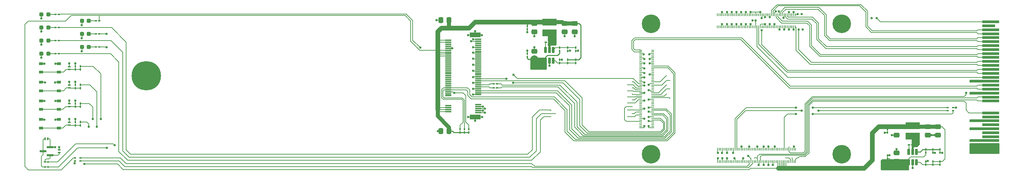
<source format=gtl>
%TF.GenerationSoftware,KiCad,Pcbnew,9.0.2*%
%TF.CreationDate,2025-06-03T00:46:39+06:00*%
%TF.ProjectId,OPI CM5 Blade board,4f504920-434d-4352-9042-6c6164652062,rev?*%
%TF.SameCoordinates,Original*%
%TF.FileFunction,Copper,L1,Top*%
%TF.FilePolarity,Positive*%
%FSLAX46Y46*%
G04 Gerber Fmt 4.6, Leading zero omitted, Abs format (unit mm)*
G04 Created by KiCad (PCBNEW 9.0.2) date 2025-06-03 00:46:39*
%MOMM*%
%LPD*%
G01*
G04 APERTURE LIST*
G04 Aperture macros list*
%AMRoundRect*
0 Rectangle with rounded corners*
0 $1 Rounding radius*
0 $2 $3 $4 $5 $6 $7 $8 $9 X,Y pos of 4 corners*
0 Add a 4 corners polygon primitive as box body*
4,1,4,$2,$3,$4,$5,$6,$7,$8,$9,$2,$3,0*
0 Add four circle primitives for the rounded corners*
1,1,$1+$1,$2,$3*
1,1,$1+$1,$4,$5*
1,1,$1+$1,$6,$7*
1,1,$1+$1,$8,$9*
0 Add four rect primitives between the rounded corners*
20,1,$1+$1,$2,$3,$4,$5,0*
20,1,$1+$1,$4,$5,$6,$7,0*
20,1,$1+$1,$6,$7,$8,$9,0*
20,1,$1+$1,$8,$9,$2,$3,0*%
G04 Aperture macros list end*
%TA.AperFunction,SMDPad,CuDef*%
%ADD10RoundRect,0.100000X0.217500X0.100000X-0.217500X0.100000X-0.217500X-0.100000X0.217500X-0.100000X0*%
%TD*%
%TA.AperFunction,SMDPad,CuDef*%
%ADD11RoundRect,0.100000X-0.100000X0.217500X-0.100000X-0.217500X0.100000X-0.217500X0.100000X0.217500X0*%
%TD*%
%TA.AperFunction,ComponentPad*%
%ADD12C,4.700000*%
%TD*%
%TA.AperFunction,SMDPad,CuDef*%
%ADD13RoundRect,0.100000X0.100000X-0.217500X0.100000X0.217500X-0.100000X0.217500X-0.100000X-0.217500X0*%
%TD*%
%TA.AperFunction,SMDPad,CuDef*%
%ADD14RoundRect,0.050000X0.150000X0.300000X-0.150000X0.300000X-0.150000X-0.300000X0.150000X-0.300000X0*%
%TD*%
%TA.AperFunction,SMDPad,CuDef*%
%ADD15R,0.990600X0.711200*%
%TD*%
%TA.AperFunction,SMDPad,CuDef*%
%ADD16RoundRect,0.100000X-0.217500X-0.100000X0.217500X-0.100000X0.217500X0.100000X-0.217500X0.100000X0*%
%TD*%
%TA.AperFunction,SMDPad,CuDef*%
%ADD17RoundRect,0.050000X-0.300000X0.150000X-0.300000X-0.150000X0.300000X-0.150000X0.300000X0.150000X0*%
%TD*%
%TA.AperFunction,SMDPad,CuDef*%
%ADD18R,3.606800X1.803400*%
%TD*%
%TA.AperFunction,SMDPad,CuDef*%
%ADD19R,0.200000X0.700000*%
%TD*%
%TA.AperFunction,SMDPad,CuDef*%
%ADD20R,1.550000X0.300000*%
%TD*%
%TA.AperFunction,ComponentPad*%
%ADD21C,7.400000*%
%TD*%
%TA.AperFunction,SMDPad,CuDef*%
%ADD22R,2.750000X1.200000*%
%TD*%
%TA.AperFunction,SMDPad,CuDef*%
%ADD23RoundRect,0.250000X-0.475000X0.337500X-0.475000X-0.337500X0.475000X-0.337500X0.475000X0.337500X0*%
%TD*%
%TA.AperFunction,SMDPad,CuDef*%
%ADD24RoundRect,0.250000X0.337500X0.475000X-0.337500X0.475000X-0.337500X-0.475000X0.337500X-0.475000X0*%
%TD*%
%TA.AperFunction,SMDPad,CuDef*%
%ADD25R,0.700000X0.200000*%
%TD*%
%TA.AperFunction,SMDPad,CuDef*%
%ADD26R,1.750000X0.600000*%
%TD*%
%TA.AperFunction,SMDPad,CuDef*%
%ADD27RoundRect,0.237500X0.287500X0.237500X-0.287500X0.237500X-0.287500X-0.237500X0.287500X-0.237500X0*%
%TD*%
%TA.AperFunction,SMDPad,CuDef*%
%ADD28RoundRect,0.250000X0.475000X-0.337500X0.475000X0.337500X-0.475000X0.337500X-0.475000X-0.337500X0*%
%TD*%
%TA.AperFunction,SMDPad,CuDef*%
%ADD29RoundRect,0.162500X0.162500X-0.617500X0.162500X0.617500X-0.162500X0.617500X-0.162500X-0.617500X0*%
%TD*%
%TA.AperFunction,ConnectorPad*%
%ADD30R,4.300000X0.700000*%
%TD*%
%TA.AperFunction,ConnectorPad*%
%ADD31R,3.200000X0.700000*%
%TD*%
%TA.AperFunction,SMDPad,CuDef*%
%ADD32R,0.500000X0.300000*%
%TD*%
%TA.AperFunction,ViaPad*%
%ADD33C,0.600000*%
%TD*%
%TA.AperFunction,ViaPad*%
%ADD34C,0.300000*%
%TD*%
%TA.AperFunction,Conductor*%
%ADD35C,1.000000*%
%TD*%
%TA.AperFunction,Conductor*%
%ADD36C,0.200000*%
%TD*%
%TA.AperFunction,Conductor*%
%ADD37C,0.250000*%
%TD*%
%TA.AperFunction,Conductor*%
%ADD38C,1.150000*%
%TD*%
%TA.AperFunction,Conductor*%
%ADD39C,0.500000*%
%TD*%
%TA.AperFunction,Conductor*%
%ADD40C,2.000000*%
%TD*%
G04 APERTURE END LIST*
D10*
%TO.P,R13,1*%
%TO.N,/M.2_ACT*%
X42539500Y-30988000D03*
%TO.P,R13,2*%
%TO.N,Net-(D11-K)*%
X41724500Y-30988000D03*
%TD*%
D11*
%TO.P,R2,1*%
%TO.N,/PWRON_L*%
X47974000Y-58139500D03*
%TO.P,R2,2*%
%TO.N,Net-(D2-A2)*%
X47974000Y-58954500D03*
%TD*%
D12*
%TO.P,H2,1,1*%
%TO.N,unconnected-(H2-Pad1)*%
X191673230Y-66294508D03*
%TD*%
D11*
%TO.P,CC2,1*%
%TO.N,+3.3V_3A*%
X160496000Y-33882500D03*
%TO.P,CC2,2*%
%TO.N,GND*%
X160496000Y-34697500D03*
%TD*%
D13*
%TO.P,R4,1*%
%TO.N,Net-(U4-FB)*%
X170656000Y-43206500D03*
%TO.P,R4,2*%
%TO.N,+3.3V_3A*%
X170656000Y-42391500D03*
%TD*%
D14*
%TO.P,ED5,1,A1*%
%TO.N,GND*%
X39829000Y-62331875D03*
%TO.P,ED5,2,A2*%
%TO.N,Net-(ED5-A2)*%
X39129000Y-62331875D03*
%TD*%
D13*
%TO.P,CC4,1*%
%TO.N,+12V*%
X160496000Y-41682500D03*
%TO.P,CC4,2*%
%TO.N,GND*%
X160496000Y-40867500D03*
%TD*%
D11*
%TO.P,R14,1*%
%TO.N,/PMIC_RESET_L*%
X47974000Y-44042500D03*
%TO.P,R14,2*%
%TO.N,Net-(D17-A2)*%
X47974000Y-44857500D03*
%TD*%
D10*
%TO.P,R3,1*%
%TO.N,+5V_3A*%
X52713500Y-35890275D03*
%TO.P,R3,2*%
%TO.N,Net-(D3-K)*%
X51898500Y-35890275D03*
%TD*%
D15*
%TO.P,SW4,1,1*%
%TO.N,GND*%
X38103999Y-57472001D03*
%TO.P,SW4,2,2*%
X42604001Y-57472001D03*
%TO.P,SW4,3,3*%
%TO.N,Net-(D2-A2)*%
X38103999Y-59621999D03*
%TO.P,SW4,4,4*%
X42604001Y-59621999D03*
%TD*%
D16*
%TO.P,C11,1*%
%TO.N,Net-(J5-SATA_A-{slash}PETN0)*%
X152087500Y-48514000D03*
%TO.P,C11,2*%
%TO.N,/PCIE20_0_TXN*%
X152902500Y-48514000D03*
%TD*%
D13*
%TO.P,CC5,1*%
%TO.N,+12V*%
X251174000Y-67387300D03*
%TO.P,CC5,2*%
%TO.N,GND*%
X251174000Y-66572300D03*
%TD*%
D17*
%TO.P,ED6,1,A1*%
%TO.N,GND*%
X42654000Y-65156875D03*
%TO.P,ED6,2,A2*%
%TO.N,Net-(ED6-A2)*%
X42654000Y-65856875D03*
%TD*%
D11*
%TO.P,CC6,1*%
%TO.N,Net-(U5-EN)*%
X262604000Y-65048300D03*
%TO.P,CC6,2*%
%TO.N,GND*%
X262604000Y-65863300D03*
%TD*%
D13*
%TO.P,CC1,1*%
%TO.N,Net-(D2-A2)*%
X46704000Y-58954500D03*
%TO.P,CC1,2*%
%TO.N,GND*%
X46704000Y-58139500D03*
%TD*%
D18*
%TO.P,L1,1*%
%TO.N,Net-(U4-VIN)*%
X166084000Y-35636200D03*
%TO.P,L1,2*%
%TO.N,+3.3V_3A*%
X166084000Y-32943800D03*
%TD*%
D11*
%TO.P,C17,1*%
%TO.N,+5V_3A*%
X264382000Y-68096300D03*
%TO.P,C17,2*%
%TO.N,Net-(U5-FB)*%
X264382000Y-68911300D03*
%TD*%
D10*
%TO.P,R7,1*%
%TO.N,/USER_LED*%
X42539500Y-34290000D03*
%TO.P,R7,2*%
%TO.N,Net-(D8-K)*%
X41724500Y-34290000D03*
%TD*%
D19*
%TO.P,J2,1,Pin_1*%
%TO.N,/TYPEC0_USB20_OTG_ID*%
X208379527Y-34082790D03*
%TO.P,J2,2,Pin_2*%
%TO.N,/GPIO1_A0*%
X208379527Y-31002790D03*
%TO.P,J2,3,Pin_3*%
%TO.N,/TYPEC0_USB20_OTG_DM*%
X208779527Y-34082790D03*
%TO.P,J2,4,Pin_4*%
%TO.N,/GPIO1_A1*%
X208779527Y-31002790D03*
%TO.P,J2,5,Pin_5*%
%TO.N,/TYPEC0_USB20_OTG_DP*%
X209179527Y-34082790D03*
%TO.P,J2,6,Pin_6*%
%TO.N,/GPIO4_A6*%
X209179527Y-31002790D03*
%TO.P,J2,7,Pin_7*%
%TO.N,GND*%
X209579527Y-34082790D03*
%TO.P,J2,8,Pin_8*%
X209579527Y-31002790D03*
%TO.P,J2,9,Pin_9*%
%TO.N,/GPIO4_A2*%
X209979527Y-34082790D03*
%TO.P,J2,10,Pin_10*%
%TO.N,/PCIE20_2_REFCLKP*%
X209979527Y-31002790D03*
%TO.P,J2,11,Pin_11*%
%TO.N,/Reserved*%
X210379527Y-34082790D03*
%TO.P,J2,12,Pin_12*%
%TO.N,/PCIE20_2_REFCLKN*%
X210379527Y-31002790D03*
%TO.P,J2,13,Pin_13*%
%TO.N,GND*%
X210779527Y-34082790D03*
%TO.P,J2,14,Pin_14*%
X210779527Y-31002790D03*
%TO.P,J2,15,Pin_15*%
%TO.N,/MIPI_CSI0_D0N*%
X211179527Y-34082790D03*
%TO.P,J2,16,Pin_16*%
%TO.N,/PCIE20_2_RXP{slash}SATA30_2_RXP*%
X211179527Y-31002790D03*
%TO.P,J2,17,Pin_17*%
%TO.N,/MIPI_CSI0_D0P*%
X211579527Y-34082790D03*
%TO.P,J2,18,Pin_18*%
%TO.N,/PCIE20_2_RXN{slash}SATA30_2_RXN*%
X211579527Y-31002790D03*
%TO.P,J2,19,Pin_19*%
%TO.N,GND*%
X211979527Y-34082790D03*
%TO.P,J2,20,Pin_20*%
X211979527Y-31002790D03*
%TO.P,J2,21,Pin_21*%
%TO.N,/MIPI_CSI0_D1N*%
X212379527Y-34082790D03*
%TO.P,J2,22,Pin_22*%
%TO.N,/PCIE20_2_TXP{slash}SATA30_2_TXP*%
X212379527Y-31002790D03*
%TO.P,J2,23,Pin_23*%
%TO.N,/MIPI_CSI0_D1P*%
X212779527Y-34082790D03*
%TO.P,J2,24,Pin_24*%
%TO.N,/PCIE20_2_TXN{slash}SATA30_2_TXN*%
X212779527Y-31002790D03*
%TO.P,J2,25,Pin_25*%
%TO.N,GND*%
X213179527Y-34082790D03*
%TO.P,J2,26,Pin_26*%
X213179527Y-31002790D03*
%TO.P,J2,27,Pin_27*%
%TO.N,/MIPI_CSI0_CLK0N*%
X213579527Y-34082790D03*
%TO.P,J2,28,Pin_28*%
%TO.N,/MIPI_DPHY0_RX_D0N*%
X213579527Y-31002790D03*
%TO.P,J2,29,Pin_29*%
%TO.N,/MIPI_CSI0_CLK0P*%
X213979527Y-34082790D03*
%TO.P,J2,30,Pin_30*%
%TO.N,/MIPI_DPHY0_RX_D0P*%
X213979527Y-31002790D03*
%TO.P,J2,31,Pin_31*%
%TO.N,GND*%
X214379527Y-34082790D03*
%TO.P,J2,32,Pin_32*%
X214379527Y-31002790D03*
%TO.P,J2,33,Pin_33*%
%TO.N,/MIPI_CSI0_D2N*%
X214779527Y-34082790D03*
%TO.P,J2,34,Pin_34*%
%TO.N,/MIPI_DPHY0_RX_D1N*%
X214779527Y-31002790D03*
%TO.P,J2,35,Pin_35*%
%TO.N,/MIPI_CSI0_D2N*%
X215179527Y-34082790D03*
%TO.P,J2,36,Pin_36*%
%TO.N,/MIPI_DPHY0_RX_D1P*%
X215179527Y-31002790D03*
%TO.P,J2,37,Pin_37*%
%TO.N,GND*%
X215579527Y-34082790D03*
%TO.P,J2,38,Pin_38*%
X215579527Y-31002790D03*
%TO.P,J2,39,Pin_39*%
%TO.N,/MIPI_CSI0_D3N*%
X215979527Y-34082790D03*
%TO.P,J2,40,Pin_40*%
%TO.N,/MIPI_DPHY0_RX_CLKN*%
X215979527Y-31002790D03*
%TO.P,J2,41,Pin_41*%
%TO.N,/MIPI_CSI0_D3P*%
X216379527Y-34082790D03*
%TO.P,J2,42,Pin_42*%
%TO.N,/MIPI_DPHY0_RX_CLKP*%
X216379527Y-31002790D03*
%TO.P,J2,43,Pin_43*%
%TO.N,GND*%
X216779527Y-34082790D03*
%TO.P,J2,44,Pin_44*%
X216779527Y-31002790D03*
%TO.P,J2,45,Pin_45*%
%TO.N,/MIPI_CSI0_CLK1N*%
X217179527Y-34082790D03*
%TO.P,J2,46,Pin_46*%
%TO.N,/Reserved*%
X217179527Y-31002790D03*
%TO.P,J2,47,Pin_47*%
%TO.N,/MIPI_CSI0_CLK1P*%
X217579527Y-34082790D03*
%TO.P,J2,48,Pin_48*%
%TO.N,/Reserved*%
X217579527Y-31002790D03*
%TO.P,J2,49,Pin_49*%
%TO.N,/HDMI0_TX_ON_H*%
X217979527Y-34082790D03*
%TO.P,J2,50,Pin_50*%
%TO.N,GND*%
X217979527Y-31002790D03*
%TO.P,J2,51,Pin_51*%
%TO.N,/HDMI0_TX_CEC_M0*%
X218379527Y-34082790D03*
%TO.P,J2,52,Pin_52*%
%TO.N,/Reserved*%
X218379527Y-31002790D03*
%TO.P,J2,53,Pin_53*%
%TO.N,/HDMI0_SBDN*%
X218779527Y-34082790D03*
%TO.P,J2,54,Pin_54*%
%TO.N,/Reserved*%
X218779527Y-31002790D03*
%TO.P,J2,55,Pin_55*%
%TO.N,GND*%
X219179527Y-34082790D03*
%TO.P,J2,56,Pin_56*%
X219179527Y-31002790D03*
%TO.P,J2,57,Pin_57*%
%TO.N,/MIPI_DPHY0_TX_D0N*%
X219579527Y-34082790D03*
%TO.P,J2,58,Pin_58*%
%TO.N,/HDMI0_SBDP*%
X219579527Y-31002790D03*
%TO.P,J2,59,Pin_59*%
%TO.N,/MIPI_DPHY0_TX_D0P*%
X219979527Y-34082790D03*
%TO.P,J2,60,Pin_60*%
%TO.N,/Reserved*%
X219979527Y-31002790D03*
%TO.P,J2,61,Pin_61*%
%TO.N,GND*%
X220379527Y-34082790D03*
%TO.P,J2,62,Pin_62*%
X220379527Y-31002790D03*
%TO.P,J2,63,Pin_63*%
%TO.N,/MIPI_DPHY0_TX_D1N*%
X220779527Y-34082790D03*
%TO.P,J2,64,Pin_64*%
%TO.N,/Reserved*%
X220779527Y-31002790D03*
%TO.P,J2,65,Pin_65*%
%TO.N,/MIPI_DPHY0_TX_D1P*%
X221179527Y-34082790D03*
%TO.P,J2,66,Pin_66*%
%TO.N,/Reserved*%
X221179527Y-31002790D03*
%TO.P,J2,67,Pin_67*%
%TO.N,GND*%
X221579527Y-34082790D03*
%TO.P,J2,68,Pin_68*%
X221579527Y-31002790D03*
%TO.P,J2,69,Pin_69*%
%TO.N,/MIPI_DPHY0_TX_CLKN*%
X221979527Y-34082790D03*
%TO.P,J2,70,Pin_70*%
%TO.N,/HDMI0_TX2P*%
X221979527Y-31002790D03*
%TO.P,J2,71,Pin_71*%
%TO.N,/MIPI_DPHY0_TX_CLKP*%
X222379527Y-34082790D03*
%TO.P,J2,72,Pin_72*%
%TO.N,/HDMI0_TX2N*%
X222379527Y-31002790D03*
%TO.P,J2,73,Pin_73*%
%TO.N,GND*%
X222779527Y-34082790D03*
%TO.P,J2,74,Pin_74*%
X222779527Y-31002790D03*
%TO.P,J2,75,Pin_75*%
%TO.N,/MIPI_DPHY1_TX_D0N*%
X223179527Y-34082790D03*
%TO.P,J2,76,Pin_76*%
%TO.N,/HDMI0_TX1P*%
X223179527Y-31002790D03*
%TO.P,J2,77,Pin_77*%
%TO.N,/MIPI_DPHY1_TX_D0P*%
X223579527Y-34082790D03*
%TO.P,J2,78,Pin_78*%
%TO.N,/HDMI0_TX1N*%
X223579527Y-31002790D03*
%TO.P,J2,79,Pin_79*%
%TO.N,GND*%
X223979527Y-34082790D03*
%TO.P,J2,80,Pin_80*%
X223979527Y-31002790D03*
%TO.P,J2,81,Pin_81*%
%TO.N,/MIPI_DPHY1_TX_D1N*%
X224379527Y-34082790D03*
%TO.P,J2,82,Pin_82*%
%TO.N,/HDMI0_TX0P*%
X224379527Y-31002790D03*
%TO.P,J2,83,Pin_83*%
%TO.N,/MIPI_DPHY1_TX_D1P*%
X224779527Y-34082790D03*
%TO.P,J2,84,Pin_84*%
%TO.N,/HDMI0_TX0N*%
X224779527Y-31002790D03*
%TO.P,J2,85,Pin_85*%
%TO.N,GND*%
X225179527Y-34082790D03*
%TO.P,J2,86,Pin_86*%
X225179527Y-31002790D03*
%TO.P,J2,87,Pin_87*%
%TO.N,/MIPI_DPHY1_TX_CLKN*%
X225579527Y-34082790D03*
%TO.P,J2,88,Pin_88*%
%TO.N,/HDMI0_TX3P*%
X225579527Y-31002790D03*
%TO.P,J2,89,Pin_89*%
%TO.N,/MIPI_DPHY1_TX_CLKP*%
X225979527Y-34082790D03*
%TO.P,J2,90,Pin_90*%
%TO.N,/HDMI0_TX3N*%
X225979527Y-31002790D03*
%TO.P,J2,91,Pin_91*%
%TO.N,GND*%
X226379527Y-34082790D03*
%TO.P,J2,92,Pin_92*%
X226379527Y-31002790D03*
%TO.P,J2,93,Pin_93*%
%TO.N,/MIPI_DPHY1_TX_D2N*%
X226779527Y-34082790D03*
%TO.P,J2,94,Pin_94*%
%TO.N,/MIPI_DPHY1_TX_D3N*%
X226779527Y-31002790D03*
%TO.P,J2,95,Pin_95*%
%TO.N,/MIPI_DPHY1_TX_D2P*%
X227179527Y-34082790D03*
%TO.P,J2,96,Pin_96*%
%TO.N,/MIPI_DPHY1_TX_D3P*%
X227179527Y-31002790D03*
%TO.P,J2,97,Pin_97*%
%TO.N,GND*%
X227579527Y-34082790D03*
%TO.P,J2,98,Pin_98*%
X227579527Y-31002790D03*
%TO.P,J2,99,Pin_99*%
%TO.N,/HDMI0_TX_SDA_M0*%
X227979527Y-34082790D03*
%TO.P,J2,100,Pin_100*%
%TO.N,/HDMI0_TX_SCL_M0*%
X227979527Y-31002790D03*
%TD*%
D20*
%TO.P,J5,1,CONFIG_3*%
%TO.N,GND*%
X148161500Y-37232000D03*
%TO.P,J5,2,VCC_3.3*%
%TO.N,+3.3V_3A*%
X140611500Y-37482000D03*
%TO.P,J5,3,GND*%
%TO.N,GND*%
X148161500Y-37732000D03*
%TO.P,J5,4,VCC_3.3*%
%TO.N,+3.3V_3A*%
X140611500Y-37982000D03*
%TO.P,J5,5,PERN3*%
%TO.N,unconnected-(J5-PERN3-Pad5)*%
X148161500Y-38232000D03*
%TO.P,J5,6,N/A*%
%TO.N,unconnected-(J5-N{slash}A-Pad20)_2*%
X140611500Y-38482000D03*
%TO.P,J5,7,PERP3*%
%TO.N,unconnected-(J5-PERP3-Pad7)*%
X148161500Y-38732000D03*
%TO.P,J5,8,N/A*%
%TO.N,unconnected-(J5-N{slash}A-Pad20)_15*%
X140611500Y-38982000D03*
%TO.P,J5,9,GND*%
%TO.N,GND*%
X148161500Y-39232000D03*
%TO.P,J5,10,DAS/DSS*%
%TO.N,/M.2_ACT*%
X140611500Y-39482000D03*
%TO.P,J5,11,PETN3*%
%TO.N,unconnected-(J5-PETN3-Pad11)*%
X148161500Y-39732000D03*
%TO.P,J5,12,VCC_3.3*%
%TO.N,+3.3V_3A*%
X140611500Y-39982000D03*
%TO.P,J5,13,PETP3*%
%TO.N,unconnected-(J5-PETP3-Pad13)*%
X148161500Y-40232000D03*
%TO.P,J5,14,VCC_3.3*%
%TO.N,+3.3V_3A*%
X140611500Y-40482000D03*
%TO.P,J5,15,GND*%
%TO.N,GND*%
X148161500Y-40732000D03*
%TO.P,J5,16,VCC_3.3*%
%TO.N,+3.3V_3A*%
X140611500Y-40982000D03*
%TO.P,J5,17,PERN2*%
%TO.N,unconnected-(J5-PERN2-Pad17)*%
X148161500Y-41232000D03*
%TO.P,J5,18,VCC_3.3*%
%TO.N,+3.3V_3A*%
X140611500Y-41482000D03*
%TO.P,J5,19,PERP2*%
%TO.N,unconnected-(J5-PERP2-Pad19)*%
X148161500Y-41732000D03*
%TO.P,J5,20,N/A*%
%TO.N,unconnected-(J5-N{slash}A-Pad20)_11*%
X140611500Y-41982000D03*
%TO.P,J5,21,CONFIG_0*%
%TO.N,GND*%
X148161500Y-42232000D03*
%TO.P,J5,22,N/A*%
%TO.N,unconnected-(J5-N{slash}A-Pad20)*%
X140611500Y-42482000D03*
%TO.P,J5,23,PETN2*%
%TO.N,unconnected-(J5-PETN2-Pad23)*%
X148161500Y-42732000D03*
%TO.P,J5,24,N/A*%
%TO.N,unconnected-(J5-N{slash}A-Pad20)_1*%
X140611500Y-42982000D03*
%TO.P,J5,25,PETP2*%
%TO.N,unconnected-(J5-PETP2-Pad25)*%
X148161500Y-43232000D03*
%TO.P,J5,26,N/A*%
%TO.N,unconnected-(J5-N{slash}A-Pad20)_12*%
X140611500Y-43482000D03*
%TO.P,J5,27,GND*%
%TO.N,GND*%
X148161500Y-43732000D03*
%TO.P,J5,28,N/A*%
%TO.N,unconnected-(J5-N{slash}A-Pad20)_5*%
X140611500Y-43982000D03*
%TO.P,J5,29,PERN1*%
%TO.N,unconnected-(J5-PERN1-Pad29)*%
X148161500Y-44232000D03*
%TO.P,J5,30,N/A*%
%TO.N,unconnected-(J5-N{slash}A-Pad20)_9*%
X140611500Y-44482000D03*
%TO.P,J5,31,PERP1*%
%TO.N,unconnected-(J5-PERP1-Pad31)*%
X148161500Y-44732000D03*
%TO.P,J5,32,N/A*%
%TO.N,unconnected-(J5-N{slash}A-Pad20)_3*%
X140611500Y-44982000D03*
%TO.P,J5,33,GND*%
%TO.N,GND*%
X148161500Y-45232000D03*
%TO.P,J5,34,N/A*%
%TO.N,unconnected-(J5-N{slash}A-Pad20)_8*%
X140611500Y-45482000D03*
%TO.P,J5,35,PETN1*%
%TO.N,unconnected-(J5-PETN1-Pad35)*%
X148161500Y-45732000D03*
%TO.P,J5,36,N/A*%
%TO.N,unconnected-(J5-N{slash}A-Pad20)_14*%
X140611500Y-45982000D03*
%TO.P,J5,37,PETP1*%
%TO.N,unconnected-(J5-PETP1-Pad37)*%
X148161500Y-46232000D03*
%TO.P,J5,38,DEVSLP*%
%TO.N,unconnected-(J5-DEVSLP-Pad38)*%
X140611500Y-46482000D03*
%TO.P,J5,39,GND*%
%TO.N,GND*%
X148161500Y-46732000D03*
%TO.P,J5,40,N/A*%
%TO.N,unconnected-(J5-N{slash}A-Pad20)_13*%
X140611500Y-46982000D03*
%TO.P,J5,41,SATA_B+/PERN0*%
%TO.N,/PCIE20_0_RXN*%
X148161500Y-47232000D03*
%TO.P,J5,42,N/A*%
%TO.N,unconnected-(J5-N{slash}A-Pad20)_6*%
X140611500Y-47482000D03*
%TO.P,J5,43,SATA_B-/PERP0*%
%TO.N,/PCIE20_0_RXP*%
X148161500Y-47732000D03*
%TO.P,J5,44,N/A*%
%TO.N,unconnected-(J5-N{slash}A-Pad20)_10*%
X140611500Y-47982000D03*
%TO.P,J5,45,GND*%
%TO.N,GND*%
X148161500Y-48232000D03*
%TO.P,J5,46,N/A*%
%TO.N,unconnected-(J5-N{slash}A-Pad20)_16*%
X140611500Y-48482000D03*
%TO.P,J5,47,SATA_A-/PETN0*%
%TO.N,Net-(J5-SATA_A-{slash}PETN0)*%
X148161500Y-48732000D03*
%TO.P,J5,48,N/A*%
%TO.N,unconnected-(J5-N{slash}A-Pad20)_7*%
X140611500Y-48982000D03*
%TO.P,J5,49,SATA_A+/PETP0*%
%TO.N,Net-(J5-SATA_A+{slash}PETP0)*%
X148161500Y-49232000D03*
%TO.P,J5,50,~{PERST}*%
%TO.N,/PCIE20x1_2_PERSTn_M0*%
X140611500Y-49482000D03*
%TO.P,J5,51,GND*%
%TO.N,GND*%
X148161500Y-49732000D03*
%TO.P,J5,52,~{CLKREQ}*%
%TO.N,/PCIE20x1_2_CLKREQn_M0*%
X140611500Y-49982000D03*
%TO.P,J5,53,REFCLKN*%
%TO.N,/PCIE20_0_REFCLKN*%
X148161500Y-50232000D03*
%TO.P,J5,54,~{PEWAKE}*%
%TO.N,/PCIE20x1_2_WAKEn_M0*%
X140611500Y-50482000D03*
%TO.P,J5,55,REFCLKP*%
%TO.N,/PCIE20_0_REFCLKP*%
X148161500Y-50732000D03*
%TO.P,J5,56,MFG1*%
%TO.N,unconnected-(J5-MFG1-Pad56)*%
X140611500Y-50982000D03*
%TO.P,J5,57,GND*%
%TO.N,GND*%
X148161500Y-51232000D03*
%TO.P,J5,58,MFG2*%
%TO.N,unconnected-(J5-MFG2-Pad58)*%
X140611500Y-51482000D03*
%TO.P,J5,67,N/A*%
%TO.N,unconnected-(J5-N{slash}A-Pad20)_4*%
X148161500Y-53732000D03*
%TO.P,J5,68,SUSCLK*%
%TO.N,unconnected-(J5-SUSCLK-Pad68)*%
X140611500Y-53982000D03*
%TO.P,J5,69,CONFIG_1*%
%TO.N,GND*%
X148161500Y-54232000D03*
%TO.P,J5,70,VCC_3.3*%
%TO.N,+3.3V_3A*%
X140611500Y-54482000D03*
%TO.P,J5,71,GND*%
%TO.N,GND*%
X148161500Y-54732000D03*
%TO.P,J5,72,VCC_3.3*%
%TO.N,+3.3V_3A*%
X140611500Y-54982000D03*
%TO.P,J5,73,GND*%
%TO.N,GND*%
X148161500Y-55232000D03*
%TO.P,J5,74,VCC_3.3*%
%TO.N,+3.3V_3A*%
X140611500Y-55482000D03*
%TO.P,J5,75,CONFIG_2*%
%TO.N,GND*%
X148161500Y-55732000D03*
D21*
%TO.P,J5,80,GND*%
X64636500Y-46482000D03*
D22*
%TO.P,J5,S1,GND*%
X147386500Y-36132000D03*
%TO.P,J5,S2,GND*%
X147386500Y-56832000D03*
%TD*%
D11*
%TO.P,R22,1*%
%TO.N,Net-(U5-EN)*%
X264382000Y-65048300D03*
%TO.P,R22,2*%
%TO.N,GND*%
X264382000Y-65863300D03*
%TD*%
D10*
%TO.P,R12,1*%
%TO.N,/UART2_RX*%
X39886500Y-69469000D03*
%TO.P,R12,2*%
%TO.N,Net-(ED5-A2)*%
X39071500Y-69469000D03*
%TD*%
D23*
%TO.P,C9,1*%
%TO.N,+3.3V_3A*%
X162274000Y-33252500D03*
%TO.P,C9,2*%
%TO.N,GND*%
X162274000Y-35327500D03*
%TD*%
D24*
%TO.P,C43,1*%
%TO.N,+3.3V_3A*%
X140832500Y-32385000D03*
%TO.P,C43,2*%
%TO.N,GND*%
X138757500Y-32385000D03*
%TD*%
D10*
%TO.P,R8,1*%
%TO.N,/TMP_SN1_LED*%
X42539500Y-40894000D03*
%TO.P,R8,2*%
%TO.N,Net-(D9-K)*%
X41724500Y-40894000D03*
%TD*%
%TO.P,R6,1*%
%TO.N,/DEBUG_LED*%
X42539500Y-37592000D03*
%TO.P,R6,2*%
%TO.N,Net-(D7-K)*%
X41724500Y-37592000D03*
%TD*%
D25*
%TO.P,J3,1,Pin_1*%
%TO.N,/USB20_HOST1_DN*%
X189057484Y-39994541D03*
%TO.P,J3,2,Pin_2*%
%TO.N,/TYPEC0_SSTX2P*%
X192137484Y-39994541D03*
%TO.P,J3,3,Pin_3*%
%TO.N,/USB20_HOST1_DP*%
X189057484Y-40394541D03*
%TO.P,J3,4,Pin_4*%
%TO.N,/TYPEC0_SSTX2N*%
X192137484Y-40394541D03*
%TO.P,J3,5,Pin_5*%
%TO.N,GND*%
X189057484Y-40794541D03*
%TO.P,J3,6,Pin_6*%
X192137484Y-40794541D03*
%TO.P,J3,7,Pin_7*%
%TO.N,/TYPEC0_SBU1*%
X189057484Y-41194541D03*
%TO.P,J3,8,Pin_8*%
%TO.N,/TYPEC0_SSRX2P*%
X192137484Y-41194541D03*
%TO.P,J3,9,Pin_9*%
%TO.N,/TYPEC0_SBU2*%
X189057484Y-41594541D03*
%TO.P,J3,10,Pin_10*%
%TO.N,/TYPEC0_SSRX2N*%
X192137484Y-41594541D03*
%TO.P,J3,11,Pin_11*%
%TO.N,GND*%
X189057484Y-41994541D03*
%TO.P,J3,12,Pin_12*%
X192137484Y-41994541D03*
%TO.P,J3,13,Pin_13*%
%TO.N,/USB20_HOST0_DP*%
X189057484Y-42394541D03*
%TO.P,J3,14,Pin_14*%
%TO.N,/TYPEC0_SSTX1N*%
X192137484Y-42394541D03*
%TO.P,J3,15,Pin_15*%
%TO.N,/USB20_HOST0_DM*%
X189057484Y-42794541D03*
%TO.P,J3,16,Pin_16*%
%TO.N,/TYPEC0_SSTX1P*%
X192137484Y-42794541D03*
%TO.P,J3,17,Pin_17*%
%TO.N,GND*%
X189057484Y-43194541D03*
%TO.P,J3,18,Pin_18*%
X192137484Y-43194541D03*
%TO.P,J3,19,Pin_19*%
%TO.N,/TYPEC0_SSRX1P*%
X189057484Y-43594541D03*
%TO.P,J3,20,Pin_20*%
%TO.N,/GPIO3_C6*%
X192137484Y-43594541D03*
%TO.P,J3,21,Pin_21*%
%TO.N,/TYPEC0_SSRX1P*%
X189057484Y-43994541D03*
%TO.P,J3,22,Pin_22*%
%TO.N,/PCIE20x1_2_CLKREQn_M0*%
X192137484Y-43994541D03*
%TO.P,J3,23,Pin_23*%
%TO.N,GND*%
X189057484Y-44394541D03*
%TO.P,J3,24,Pin_24*%
%TO.N,/PCIE20x1_2_PERSTn_M0*%
X192137484Y-44394541D03*
%TO.P,J3,25,Pin_25*%
%TO.N,/MIPI_DPHY1_RX_CLKP*%
X189057484Y-44794541D03*
%TO.P,J3,26,Pin_26*%
%TO.N,/GPIO3_D5*%
X192137484Y-44794541D03*
%TO.P,J3,27,Pin_27*%
%TO.N,/MIPI_DPHY1_RX_CLKN*%
X189057484Y-45194541D03*
%TO.P,J3,28,Pin_28*%
%TO.N,/GPIO3_D2*%
X192137484Y-45194541D03*
%TO.P,J3,29,Pin_29*%
%TO.N,GND*%
X189057484Y-45594541D03*
%TO.P,J3,30,Pin_30*%
%TO.N,/GPIO3_D4*%
X192137484Y-45594541D03*
%TO.P,J3,31,Pin_31*%
%TO.N,/MIPI_DPHY1_RX_D1P*%
X189057484Y-45994541D03*
%TO.P,J3,32,Pin_32*%
%TO.N,GND*%
X192137484Y-45994541D03*
%TO.P,J3,33,Pin_33*%
%TO.N,/MIPI_DPHY1_RX_D1N*%
X189057484Y-46394541D03*
%TO.P,J3,34,Pin_34*%
%TO.N,/GPIO3_B7*%
X192137484Y-46394541D03*
%TO.P,J3,35,Pin_35*%
%TO.N,GND*%
X189057484Y-46794541D03*
%TO.P,J3,36,Pin_36*%
%TO.N,/GPIO3_C5*%
X192137484Y-46794541D03*
%TO.P,J3,37,Pin_37*%
%TO.N,/MIPI_DPHY1_RX_D0P*%
X189057484Y-47194541D03*
%TO.P,J3,38,Pin_38*%
%TO.N,/GPIO3_C4*%
X192137484Y-47194541D03*
%TO.P,J3,39,Pin_39*%
%TO.N,/MIPI_DPHY1_RX_D0N*%
X189057484Y-47594541D03*
%TO.P,J3,40,Pin_40*%
%TO.N,/GPIO3_D3*%
X192137484Y-47594541D03*
%TO.P,J3,41,Pin_41*%
%TO.N,GND*%
X189057484Y-47994541D03*
%TO.P,J3,42,Pin_42*%
%TO.N,/GMAC_TXD3*%
X192137484Y-47994541D03*
%TO.P,J3,43,Pin_43*%
%TO.N,/PCIE20x1_2_WAKEn_M0*%
X189057484Y-48394541D03*
%TO.P,J3,44,Pin_44*%
%TO.N,GND*%
X192137484Y-48394541D03*
%TO.P,J3,45,Pin_45*%
X189057484Y-48794541D03*
%TO.P,J3,46,Pin_46*%
%TO.N,/GMAC_TXD0*%
X192137484Y-48794541D03*
%TO.P,J3,47,Pin_47*%
%TO.N,/GMAC_TXD2*%
X189057484Y-49194541D03*
%TO.P,J3,48,Pin_48*%
%TO.N,/GPIO3_B2*%
X192137484Y-49194541D03*
%TO.P,J3,49,Pin_49*%
%TO.N,/GMAC_TXD1*%
X189057484Y-49594541D03*
%TO.P,J3,50,Pin_50*%
%TO.N,/GPIO3_C1*%
X192137484Y-49594541D03*
%TO.P,J3,51,Pin_51*%
%TO.N,/GMAC_TXEN*%
X189057484Y-49994541D03*
%TO.P,J3,52,Pin_52*%
%TO.N,/GPIO3_A6*%
X192137484Y-49994541D03*
%TO.P,J3,53,Pin_53*%
%TO.N,/GMAC_MDIO*%
X189057484Y-50394541D03*
%TO.P,J3,54,Pin_54*%
%TO.N,GND*%
X192137484Y-50394541D03*
%TO.P,J3,55,Pin_55*%
X189057484Y-50794541D03*
%TO.P,J3,56,Pin_56*%
%TO.N,/GMAC_RXD1*%
X192137484Y-50794541D03*
%TO.P,J3,57,Pin_57*%
%TO.N,/GMAC_MCLK*%
X189057484Y-51194541D03*
%TO.P,J3,58,Pin_58*%
%TO.N,/GMAC_RXCLK*%
X192137484Y-51194541D03*
%TO.P,J3,59,Pin_59*%
%TO.N,/GMAC_RXDV*%
X189057484Y-51594541D03*
%TO.P,J3,60,Pin_60*%
%TO.N,/GMAC_RXD0*%
X192137484Y-51594541D03*
%TO.P,J3,61,Pin_61*%
%TO.N,/GMAC_RXD2*%
X189057484Y-51994541D03*
%TO.P,J3,62,Pin_62*%
%TO.N,/GMAC_TXCLK*%
X192137484Y-51994541D03*
%TO.P,J3,63,Pin_63*%
%TO.N,/GMAC_RXD3*%
X189057484Y-52394541D03*
%TO.P,J3,64,Pin_64*%
%TO.N,GND*%
X192137484Y-52394541D03*
%TO.P,J3,65,Pin_65*%
X189057484Y-52794541D03*
%TO.P,J3,66,Pin_66*%
%TO.N,/GPIO0_B0*%
X192137484Y-52794541D03*
%TO.P,J3,67,Pin_67*%
%TO.N,/GPIO0_A0*%
X189057484Y-53194541D03*
%TO.P,J3,68,Pin_68*%
%TO.N,/I2S0_MCLK*%
X192137484Y-53194541D03*
%TO.P,J3,69,Pin_69*%
%TO.N,/GPIO1_C2*%
X189057484Y-53594541D03*
%TO.P,J3,70,Pin_70*%
%TO.N,/I2S0_SDO0*%
X192137484Y-53594541D03*
%TO.P,J3,71,Pin_71*%
%TO.N,/GPIO1_C5*%
X189057484Y-53994541D03*
%TO.P,J3,72,Pin_72*%
%TO.N,/GPIO3_C0*%
X192137484Y-53994541D03*
%TO.P,J3,73,Pin_73*%
%TO.N,/GPIO1_D4*%
X189057484Y-54394541D03*
%TO.P,J3,74,Pin_74*%
%TO.N,GND*%
X192137484Y-54394541D03*
%TO.P,J3,75,Pin_75*%
X189057484Y-54794541D03*
%TO.P,J3,76,Pin_76*%
%TO.N,/PCIE20_0_REFCLKP*%
X192137484Y-54794541D03*
%TO.P,J3,77,Pin_77*%
%TO.N,/USER_LED*%
X189057484Y-55194541D03*
%TO.P,J3,78,Pin_78*%
%TO.N,/PCIE20_0_REFCLKN*%
X192137484Y-55194541D03*
%TO.P,J3,79,Pin_79*%
%TO.N,/DEBUG_LED*%
X189057484Y-55594541D03*
%TO.P,J3,80,Pin_80*%
%TO.N,GND*%
X192137484Y-55594541D03*
%TO.P,J3,81,Pin_81*%
%TO.N,/POWER_KEY*%
X189057484Y-55994541D03*
%TO.P,J3,82,Pin_82*%
%TO.N,/PCIE20_0_TXP*%
X192137484Y-55994541D03*
%TO.P,J3,83,Pin_83*%
%TO.N,/TMP_SN1_LED*%
X189057484Y-56394541D03*
%TO.P,J3,84,Pin_84*%
%TO.N,/PCIE20_0_TXN*%
X192137484Y-56394541D03*
%TO.P,J3,85,Pin_85*%
%TO.N,/TMP_SN2_LED*%
X189057484Y-56794541D03*
%TO.P,J3,86,Pin_86*%
%TO.N,GND*%
X192137484Y-56794541D03*
%TO.P,J3,87,Pin_87*%
X189057484Y-57194541D03*
%TO.P,J3,88,Pin_88*%
%TO.N,/PCIE20_0_RXN*%
X192137484Y-57194541D03*
%TO.P,J3,89,Pin_89*%
%TO.N,/GPIO0_D0*%
X189057484Y-57594541D03*
%TO.P,J3,90,Pin_90*%
%TO.N,/PCIE20_0_RXP*%
X192137484Y-57594541D03*
%TO.P,J3,91,Pin_91*%
%TO.N,/GMAC_MDC*%
X189057484Y-57994541D03*
%TO.P,J3,92,Pin_92*%
%TO.N,GND*%
X192137484Y-57994541D03*
%TO.P,J3,93,Pin_93*%
%TO.N,/GPIO4_A3*%
X189057484Y-58394541D03*
%TO.P,J3,94,Pin_94*%
%TO.N,/GPIO0_C5*%
X192137484Y-58394541D03*
%TO.P,J3,95,Pin_95*%
%TO.N,/GPIO4_B3*%
X189057484Y-58794541D03*
%TO.P,J3,96,Pin_96*%
%TO.N,/GPIO0_B2*%
X192137484Y-58794541D03*
%TO.P,J3,97,Pin_97*%
%TO.N,/GPIO4_B2*%
X189057484Y-59194541D03*
%TO.P,J3,98,Pin_98*%
%TO.N,/GPIO0_C6*%
X192137484Y-59194541D03*
%TO.P,J3,99,Pin_99*%
%TO.N,GND*%
X189057484Y-59594541D03*
%TO.P,J3,100,Pin_100*%
X192137484Y-59594541D03*
%TD*%
D17*
%TO.P,D17,1,A1*%
%TO.N,GND*%
X45180000Y-44122500D03*
%TO.P,D17,2,A2*%
%TO.N,Net-(D17-A2)*%
X45180000Y-44822500D03*
%TD*%
D16*
%TO.P,C10,1*%
%TO.N,Net-(J5-SATA_A+{slash}PETP0)*%
X152087500Y-49530000D03*
%TO.P,C10,2*%
%TO.N,/PCIE20_0_TXP*%
X152902500Y-49530000D03*
%TD*%
D13*
%TO.P,R26,1*%
%TO.N,Net-(U5-FB)*%
X262604000Y-68911300D03*
%TO.P,R26,2*%
%TO.N,+5V_3A*%
X262604000Y-68096300D03*
%TD*%
D23*
%TO.P,C20,1*%
%TO.N,+5V_3A*%
X261372000Y-59339000D03*
%TO.P,C20,2*%
%TO.N,GND*%
X261372000Y-61414000D03*
%TD*%
D26*
%TO.P,NC/SIP1X3,1,Pin_1*%
%TO.N,GND*%
X40354000Y-64506875D03*
%TO.P,NC/SIP1X3,2,Pin_2*%
%TO.N,Net-(ED5-A2)*%
X38604000Y-65506875D03*
%TO.P,NC/SIP1X3,3,Pin_3*%
%TO.N,Net-(ED6-A2)*%
X40354000Y-66506875D03*
%TD*%
D13*
%TO.P,R21,1*%
%TO.N,+12V*%
X260826000Y-65863300D03*
%TO.P,R21,2*%
%TO.N,Net-(U5-EN)*%
X260826000Y-65048300D03*
%TD*%
D10*
%TO.P,R10,1*%
%TO.N,+12V*%
X52713500Y-39192275D03*
%TO.P,R10,2*%
%TO.N,Net-(D10-K)*%
X51898500Y-39192275D03*
%TD*%
D23*
%TO.P,C18,1*%
%TO.N,+5V_3A*%
X253460000Y-59339000D03*
%TO.P,C18,2*%
%TO.N,GND*%
X253460000Y-61414000D03*
%TD*%
%TO.P,C19,1*%
%TO.N,+5V_3A*%
X263874000Y-59339000D03*
%TO.P,C19,2*%
%TO.N,GND*%
X263874000Y-61414000D03*
%TD*%
D27*
%TO.P,D10,1,K*%
%TO.N,Net-(D10-K)*%
X50133000Y-39192275D03*
%TO.P,D10,2,A*%
%TO.N,GND*%
X48383000Y-39192275D03*
%TD*%
D12*
%TO.P,H3,1,1*%
%TO.N,unconnected-(H3-Pad1)*%
X191673230Y-33294828D03*
%TD*%
D13*
%TO.P,C3,1*%
%TO.N,Net-(D33-A2)*%
X46704000Y-49556500D03*
%TO.P,C3,2*%
%TO.N,GND*%
X46704000Y-48741500D03*
%TD*%
D24*
%TO.P,C40,1*%
%TO.N,+3.3V_3A*%
X140832500Y-60452000D03*
%TO.P,C40,2*%
%TO.N,GND*%
X138757500Y-60452000D03*
%TD*%
D15*
%TO.P,SW2,1,1*%
%TO.N,GND*%
X38103999Y-43375001D03*
%TO.P,SW2,2,2*%
X42604001Y-43375001D03*
%TO.P,SW2,3,3*%
%TO.N,Net-(D17-A2)*%
X38103999Y-45524999D03*
%TO.P,SW2,4,4*%
X42604001Y-45524999D03*
%TD*%
D13*
%TO.P,C6,1*%
%TO.N,Net-(D17-A2)*%
X46704000Y-44857500D03*
%TO.P,C6,2*%
%TO.N,GND*%
X46704000Y-44042500D03*
%TD*%
D16*
%TO.P,C16,1*%
%TO.N,Net-(U5-LX)*%
X256608500Y-63881000D03*
%TO.P,C16,2*%
%TO.N,Net-(U5-VIN)*%
X257423500Y-63881000D03*
%TD*%
D28*
%TO.P,C14,1*%
%TO.N,+12V*%
X162274000Y-42312500D03*
%TO.P,C14,2*%
%TO.N,GND*%
X162274000Y-40237500D03*
%TD*%
D17*
%TO.P,D2,1,A1*%
%TO.N,GND*%
X45180000Y-58197000D03*
%TO.P,D2,2,A2*%
%TO.N,Net-(D2-A2)*%
X45180000Y-58897000D03*
%TD*%
D10*
%TO.P,R1,1*%
%TO.N,+3.3V_3A*%
X52713500Y-32588275D03*
%TO.P,R1,2*%
%TO.N,Net-(D1-K)*%
X51898500Y-32588275D03*
%TD*%
%TO.P,R11,1*%
%TO.N,/UART2_TX*%
X39886500Y-68199000D03*
%TO.P,R11,2*%
%TO.N,Net-(ED6-A2)*%
X39071500Y-68199000D03*
%TD*%
D11*
%TO.P,R144,1*%
%TO.N,/USER_KEY*%
X47974000Y-53440500D03*
%TO.P,R144,2*%
%TO.N,Net-(D4-A2)*%
X47974000Y-54255500D03*
%TD*%
D23*
%TO.P,C13,1*%
%TO.N,+3.3V_3A*%
X169894000Y-33252500D03*
%TO.P,C13,2*%
%TO.N,GND*%
X169894000Y-35327500D03*
%TD*%
D29*
%TO.P,U4,1,BS*%
%TO.N,+12V*%
X165134000Y-42625000D03*
%TO.P,U4,2,GND*%
%TO.N,GND*%
X166084000Y-42625000D03*
%TO.P,U4,3,FB*%
%TO.N,Net-(U4-FB)*%
X167034000Y-42625000D03*
%TO.P,U4,4,EN*%
%TO.N,Net-(U4-EN)*%
X167034000Y-39925000D03*
%TO.P,U4,5,VIN*%
%TO.N,Net-(U4-VIN)*%
X166084000Y-39925000D03*
%TO.P,U4,6,LX*%
%TO.N,Net-(U4-LX)*%
X165134000Y-39925000D03*
%TD*%
D27*
%TO.P,D3,1,K*%
%TO.N,Net-(D3-K)*%
X50133000Y-35890275D03*
%TO.P,D3,2,A*%
%TO.N,GND*%
X48383000Y-35890275D03*
%TD*%
D15*
%TO.P,SW1,1,1*%
%TO.N,GND*%
X38103999Y-52773001D03*
%TO.P,SW1,2,2*%
X42604001Y-52773001D03*
%TO.P,SW1,3,3*%
%TO.N,Net-(D4-A2)*%
X38103999Y-54922999D03*
%TO.P,SW1,4,4*%
X42604001Y-54922999D03*
%TD*%
D12*
%TO.P,H4,1,1*%
%TO.N,unconnected-(H4-Pad1)*%
X239674150Y-33294828D03*
%TD*%
D11*
%TO.P,R20,1*%
%TO.N,Net-(U4-EN)*%
X172688000Y-39343500D03*
%TO.P,R20,2*%
%TO.N,GND*%
X172688000Y-40158500D03*
%TD*%
%TO.P,C8,1*%
%TO.N,+3.3V_3A*%
X172688000Y-42391500D03*
%TO.P,C8,2*%
%TO.N,Net-(U4-FB)*%
X172688000Y-43206500D03*
%TD*%
D15*
%TO.P,SW3,1,1*%
%TO.N,GND*%
X38103999Y-48074001D03*
%TO.P,SW3,2,2*%
X42604001Y-48074001D03*
%TO.P,SW3,3,3*%
%TO.N,Net-(D33-A2)*%
X38103999Y-50223999D03*
%TO.P,SW3,4,4*%
X42604001Y-50223999D03*
%TD*%
D27*
%TO.P,D7,1,K*%
%TO.N,Net-(D7-K)*%
X39959000Y-37592000D03*
%TO.P,D7,2,A*%
%TO.N,GND*%
X38209000Y-37592000D03*
%TD*%
D12*
%TO.P,H1,1,1*%
%TO.N,unconnected-(H1-Pad1)*%
X239674150Y-66294508D03*
%TD*%
D11*
%TO.P,R25,1*%
%TO.N,/PCIE20x1_2_WAKEn_M0*%
X145764000Y-59917500D03*
%TO.P,R25,2*%
%TO.N,+3.3V_3A*%
X145764000Y-60732500D03*
%TD*%
D30*
%TO.P,J4,B1,B1*%
%TO.N,+12V*%
X277209000Y-65832000D03*
%TO.P,J4,B2,B2*%
X277209000Y-64832000D03*
%TO.P,J4,B3,B3*%
X277209000Y-63832000D03*
%TO.P,J4,B4,B4*%
%TO.N,GND*%
X277209000Y-62832000D03*
%TO.P,J4,B5,B5*%
%TO.N,/+5V*%
X277209000Y-61832000D03*
%TO.P,J4,B6,B6*%
X277209000Y-60832000D03*
%TO.P,J4,B7,B7*%
%TO.N,GND*%
X277209000Y-59832000D03*
%TO.P,J4,B8,B8*%
%TO.N,/+3.3V*%
X277209000Y-58832000D03*
%TO.P,J4,B9,B9*%
%TO.N,GND*%
X277209000Y-57832000D03*
%TO.P,J4,B10,B10*%
%TO.N,/+1.8V*%
X277209000Y-56832000D03*
%TO.P,J4,B11,B11*%
%TO.N,/PWRON_L*%
X277209000Y-55832000D03*
%TO.P,J4,B12,B12*%
%TO.N,/UART2_TX*%
X277209000Y-52832000D03*
%TO.P,J4,B13,B13*%
%TO.N,/UART2_RX*%
X277209000Y-51832000D03*
%TO.P,J4,B14,B14*%
%TO.N,GND*%
X277209000Y-50832000D03*
%TO.P,J4,B15,B15*%
%TO.N,/USB20_HOST1_DN*%
X277209000Y-49832000D03*
%TO.P,J4,B16,B16*%
%TO.N,/USB20_HOST1_DP*%
X277209000Y-48832000D03*
%TO.P,J4,B17,B17*%
%TO.N,GND*%
X277209000Y-47832000D03*
%TO.P,J4,B18,B18*%
%TO.N,/HDMI0_TX_CEC_M0*%
X277209000Y-46832000D03*
%TO.P,J4,B19,B19*%
%TO.N,/HDMI0_SBDN*%
X277209000Y-45832000D03*
%TO.P,J4,B20,B20*%
%TO.N,/HDMI0_SBDP*%
X277209000Y-44832000D03*
%TO.P,J4,B21,B21*%
%TO.N,/HDMI0_TX_SDA_M0*%
X277209000Y-43832000D03*
%TO.P,J4,B22,B22*%
%TO.N,/HDMI0_TX_SCL_M0*%
X277209000Y-42832000D03*
%TO.P,J4,B23,B23*%
%TO.N,/HDMI0_TX1P*%
X277209000Y-41832000D03*
%TO.P,J4,B24,B24*%
%TO.N,/HDMI0_TX1N*%
X277209000Y-40832000D03*
%TO.P,J4,B25,B25*%
%TO.N,/HDMI0_TX3P*%
X277209000Y-39832000D03*
%TO.P,J4,B26,B26*%
%TO.N,/HDMI0_TX3N*%
X277209000Y-38832000D03*
%TO.P,J4,B27,B27*%
%TO.N,/HDMI0_TX0N*%
X277209000Y-37832000D03*
%TO.P,J4,B28,B28*%
%TO.N,/HDMI0_TX0P*%
X277209000Y-36832000D03*
%TO.P,J4,B29,B29*%
%TO.N,/HDMI0_TX2N*%
X277209000Y-35832000D03*
%TO.P,J4,B30,B30*%
%TO.N,/HDMI0_TX2P*%
X277209000Y-34832000D03*
D31*
%TO.P,J4,B31,B31*%
%TO.N,unconnected-(J4-PadB31)*%
X276659000Y-33832000D03*
D30*
%TO.P,J4,B32,B32*%
%TO.N,/HDMI0_TX_ON_H*%
X277209000Y-32832000D03*
%TD*%
D11*
%TO.P,R24,1*%
%TO.N,/PCIE20x1_2_CLKREQn_M0*%
X144674000Y-59917500D03*
%TO.P,R24,2*%
%TO.N,+3.3V_3A*%
X144674000Y-60732500D03*
%TD*%
D13*
%TO.P,C27,1*%
%TO.N,Net-(D4-A2)*%
X46704000Y-54255500D03*
%TO.P,C27,2*%
%TO.N,GND*%
X46704000Y-53440500D03*
%TD*%
D27*
%TO.P,D11,1,K*%
%TO.N,Net-(D11-K)*%
X39959000Y-30988000D03*
%TO.P,D11,2,A*%
%TO.N,GND*%
X38209000Y-30988000D03*
%TD*%
%TO.P,D1,1,K*%
%TO.N,Net-(D1-K)*%
X50133000Y-32588275D03*
%TO.P,D1,2,A*%
%TO.N,GND*%
X48383000Y-32588275D03*
%TD*%
D11*
%TO.P,R23,1*%
%TO.N,/PCIE20x1_2_PERSTn_M0*%
X143605000Y-59917500D03*
%TO.P,R23,2*%
%TO.N,+3.3V_3A*%
X143605000Y-60732500D03*
%TD*%
%TO.P,R139,1*%
%TO.N,/BOOT_KEY*%
X47974000Y-48741500D03*
%TO.P,R139,2*%
%TO.N,Net-(D33-A2)*%
X47974000Y-49556500D03*
%TD*%
D32*
%TO.P,U2,1,SDA*%
%TO.N,/I2C3_SDA_M0*%
X266349000Y-54464000D03*
%TO.P,U2,2,SCL*%
%TO.N,/I2C3_SCL_M0*%
X266349000Y-55264000D03*
%TO.P,U2,3,VDD*%
%TO.N,/VCC_3V3_S3*%
X267749000Y-55264000D03*
%TO.P,U2,4,VSS*%
%TO.N,GND*%
X267749000Y-54464000D03*
%TD*%
D19*
%TO.P,J1,1,Pin_1*%
%TO.N,GND*%
X208433985Y-68082722D03*
%TO.P,J1,2,Pin_2*%
X208433985Y-65002722D03*
%TO.P,J1,3,Pin_3*%
%TO.N,/Reserved*%
X208833985Y-68082722D03*
%TO.P,J1,4,Pin_4*%
X208833985Y-65002722D03*
%TO.P,J1,5,Pin_5*%
X209233985Y-68082722D03*
%TO.P,J1,6,Pin_6*%
X209233985Y-65002722D03*
%TO.P,J1,7,Pin_7*%
%TO.N,GND*%
X209633985Y-68082722D03*
%TO.P,J1,8,Pin_8*%
X209633985Y-65002722D03*
%TO.P,J1,9,Pin_9*%
%TO.N,/Reserved*%
X210033985Y-68082722D03*
%TO.P,J1,10,Pin_10*%
X210033985Y-65002722D03*
%TO.P,J1,11,Pin_11*%
X210433985Y-68082722D03*
%TO.P,J1,12,Pin_12*%
X210433985Y-65002722D03*
%TO.P,J1,13,Pin_13*%
%TO.N,GND*%
X210833985Y-68082722D03*
%TO.P,J1,14,Pin_14*%
X210833985Y-65002722D03*
%TO.P,J1,15,Pin_15*%
%TO.N,/Reserved*%
X211233985Y-68082722D03*
%TO.P,J1,16,Pin_16*%
X211233985Y-65002722D03*
%TO.P,J1,17,Pin_17*%
X211633985Y-68082722D03*
%TO.P,J1,18,Pin_18*%
X211633985Y-65002722D03*
%TO.P,J1,19,Pin_19*%
X212033985Y-68082722D03*
%TO.P,J1,20,Pin_20*%
X212033985Y-65002722D03*
%TO.P,J1,21,Pin_21*%
%TO.N,/GPIO4_A4*%
X212433985Y-68082722D03*
%TO.P,J1,22,Pin_22*%
%TO.N,GND*%
X212433985Y-65002722D03*
%TO.P,J1,23,Pin_23*%
X212833985Y-68082722D03*
%TO.P,J1,24,Pin_24*%
%TO.N,/I2C3_SDA_M0*%
X212833985Y-65002722D03*
%TO.P,J1,25,Pin_25*%
%TO.N,/GPIO1_B0*%
X213233985Y-68082722D03*
%TO.P,J1,26,Pin_26*%
%TO.N,/I2C3_SCL_M0*%
X213233985Y-65002722D03*
%TO.P,J1,27,Pin_27*%
%TO.N,/GPIO1_B1*%
X213633985Y-68082722D03*
%TO.P,J1,28,Pin_28*%
%TO.N,/GPIO1_A2*%
X213633985Y-65002722D03*
%TO.P,J1,29,Pin_29*%
%TO.N,/GPIO1_B2*%
X214033985Y-68082722D03*
%TO.P,J1,30,Pin_30*%
%TO.N,/GPIO1_A3*%
X214033985Y-65002722D03*
%TO.P,J1,31,Pin_31*%
%TO.N,/GPIO1_B3*%
X214433985Y-68082722D03*
%TO.P,J1,32,Pin_32*%
%TO.N,GND*%
X214433985Y-65002722D03*
%TO.P,J1,33,Pin_33*%
X214833985Y-68082722D03*
%TO.P,J1,34,Pin_34*%
%TO.N,/GPIO1_A4*%
X214833985Y-65002722D03*
%TO.P,J1,35,Pin_35*%
%TO.N,/GPIO1_D6*%
X215233985Y-68082722D03*
%TO.P,J1,36,Pin_36*%
%TO.N,/GPIO1_D7*%
X215233985Y-65002722D03*
%TO.P,J1,37,Pin_37*%
%TO.N,/GPIO1_B4*%
X215633985Y-68082722D03*
%TO.P,J1,38,Pin_38*%
%TO.N,/GPIO1_A5*%
X215633985Y-65002722D03*
%TO.P,J1,39,Pin_39*%
%TO.N,/GPIO1_B5*%
X216033985Y-68082722D03*
%TO.P,J1,40,Pin_40*%
%TO.N,/GPIO1_A6*%
X216033985Y-65002722D03*
%TO.P,J1,41,Pin_41*%
%TO.N,/I2C5_SCL_M3*%
X216433985Y-68082722D03*
%TO.P,J1,42,Pin_42*%
%TO.N,GND*%
X216433985Y-65002722D03*
%TO.P,J1,43,Pin_43*%
X216833985Y-68082722D03*
%TO.P,J1,44,Pin_44*%
%TO.N,/GPIO1_A7*%
X216833985Y-65002722D03*
%TO.P,J1,45,Pin_45*%
%TO.N,/I2C5_SDA_M3*%
X217233985Y-68082722D03*
%TO.P,J1,46,Pin_46*%
%TO.N,/GPIO1_C4*%
X217233985Y-65002722D03*
%TO.P,J1,47,Pin_47*%
%TO.N,/GPIO0_C2*%
X217633985Y-68082722D03*
%TO.P,J1,48,Pin_48*%
%TO.N,/GPIO1_C6*%
X217633985Y-65002722D03*
%TO.P,J1,49,Pin_49*%
%TO.N,/GPIO1_D5*%
X218033985Y-68082722D03*
%TO.P,J1,50,Pin_50*%
%TO.N,/GPIO1_D0*%
X218033985Y-65002722D03*
%TO.P,J1,51,Pin_51*%
%TO.N,/UART2_RX*%
X218433985Y-68082722D03*
%TO.P,J1,52,Pin_52*%
%TO.N,GND*%
X218433985Y-65002722D03*
%TO.P,J1,53,Pin_53*%
X218833985Y-68082722D03*
%TO.P,J1,54,Pin_54*%
%TO.N,/GPIO1_D1*%
X218833985Y-65002722D03*
%TO.P,J1,55,Pin_55*%
%TO.N,/UART2_TX*%
X219233985Y-68082722D03*
%TO.P,J1,56,Pin_56*%
%TO.N,/GPIO1_D2*%
X219233985Y-65002722D03*
%TO.P,J1,57,Pin_57*%
%TO.N,/SDMMC_CLK*%
X219633985Y-68082722D03*
%TO.P,J1,58,Pin_58*%
%TO.N,/GPIO1_D3*%
X219633985Y-65002722D03*
%TO.P,J1,59,Pin_59*%
%TO.N,GND*%
X220033985Y-68082722D03*
%TO.P,J1,60,Pin_60*%
X220033985Y-65002722D03*
%TO.P,J1,61,Pin_61*%
%TO.N,/SDMMC_D3*%
X220433985Y-68082722D03*
%TO.P,J1,62,Pin_62*%
%TO.N,/SDMMC_CMD*%
X220433985Y-65002722D03*
%TO.P,J1,63,Pin_63*%
%TO.N,/SDMMC_D0*%
X220833985Y-68082722D03*
%TO.P,J1,64,Pin_64*%
%TO.N,/Reserved*%
X220833985Y-65002722D03*
%TO.P,J1,65,Pin_65*%
%TO.N,GND*%
X221233985Y-68082722D03*
%TO.P,J1,66,Pin_66*%
X221233985Y-65002722D03*
%TO.P,J1,67,Pin_67*%
%TO.N,/SDMMC_D1*%
X221633985Y-68082722D03*
%TO.P,J1,68,Pin_68*%
%TO.N,/SARADC_IN1*%
X221633985Y-65002722D03*
%TO.P,J1,69,Pin_69*%
%TO.N,/SDMMC_D2*%
X222033985Y-68082722D03*
%TO.P,J1,70,Pin_70*%
%TO.N,/Reserved*%
X222033985Y-65002722D03*
%TO.P,J1,71,Pin_71*%
%TO.N,GND*%
X222433985Y-68082722D03*
%TO.P,J1,72,Pin_72*%
%TO.N,/Reserved*%
X222433985Y-65002722D03*
%TO.P,J1,73,Pin_73*%
X222833985Y-68082722D03*
%TO.P,J1,74,Pin_74*%
%TO.N,GND*%
X222833985Y-65002722D03*
%TO.P,J1,75,Pin_75*%
%TO.N,/SDMMC_PWREN*%
X223233985Y-68082722D03*
%TO.P,J1,76,Pin_76*%
%TO.N,/GPIO0_A4*%
X223233985Y-65002722D03*
%TO.P,J1,77,Pin_77*%
%TO.N,+5V_3A*%
X223633985Y-68082722D03*
%TO.P,J1,78,Pin_78*%
%TO.N,/VCC_3V3_S3*%
X223633985Y-65002722D03*
%TO.P,J1,79,Pin_79*%
%TO.N,+5V_3A*%
X224033985Y-68082722D03*
%TO.P,J1,80,Pin_80*%
%TO.N,/I2C6_SCL_M3*%
X224033985Y-65002722D03*
%TO.P,J1,81,Pin_81*%
%TO.N,+5V_3A*%
X224433985Y-68082722D03*
%TO.P,J1,82,Pin_82*%
%TO.N,/I2C6_SDA_M3*%
X224433985Y-65002722D03*
%TO.P,J1,83,Pin_83*%
%TO.N,+5V_3A*%
X224833985Y-68082722D03*
%TO.P,J1,84,Pin_84*%
%TO.N,/VCC_3V3_S3*%
X224833985Y-65002722D03*
%TO.P,J1,85,Pin_85*%
%TO.N,+5V_3A*%
X225233985Y-68082722D03*
%TO.P,J1,86,Pin_86*%
%TO.N,/VCC_3V3_S3*%
X225233985Y-65002722D03*
%TO.P,J1,87,Pin_87*%
%TO.N,+5V_3A*%
X225633985Y-68082722D03*
%TO.P,J1,88,Pin_88*%
%TO.N,/VCC_1V8_S3*%
X225633985Y-65002722D03*
%TO.P,J1,89,Pin_89*%
%TO.N,/Reserved*%
X226033985Y-68082722D03*
%TO.P,J1,90,Pin_90*%
%TO.N,/VCC_1V8_S3*%
X226033985Y-65002722D03*
%TO.P,J1,91,Pin_91*%
%TO.N,/Reserved*%
X226433985Y-68082722D03*
%TO.P,J1,92,Pin_92*%
%TO.N,/PMIC_RESET_L*%
X226433985Y-65002722D03*
%TO.P,J1,93,Pin_93*%
%TO.N,/BOOT_KEY*%
X226833985Y-68082722D03*
%TO.P,J1,94,Pin_94*%
%TO.N,/SARADC_IN3*%
X226833985Y-65002722D03*
%TO.P,J1,95,Pin_95*%
%TO.N,/USER_KEY*%
X227233985Y-68082722D03*
%TO.P,J1,96,Pin_96*%
%TO.N,/SARADC_IN2*%
X227233985Y-65002722D03*
%TO.P,J1,97,Pin_97*%
%TO.N,/GPIO4_A7*%
X227633985Y-68082722D03*
%TO.P,J1,98,Pin_98*%
%TO.N,GND*%
X227633985Y-65002722D03*
%TO.P,J1,99,Pin_99*%
%TO.N,/PWRON_L*%
X228033985Y-68082722D03*
%TO.P,J1,100,Pin_100*%
%TO.N,/GPIO4_A5*%
X228033985Y-65002722D03*
%TD*%
D11*
%TO.P,R5,1*%
%TO.N,GND*%
X168624000Y-42391500D03*
%TO.P,R5,2*%
%TO.N,Net-(U4-FB)*%
X168624000Y-43206500D03*
%TD*%
D27*
%TO.P,D8,1,K*%
%TO.N,Net-(D8-K)*%
X39959000Y-34290000D03*
%TO.P,D8,2,A*%
%TO.N,GND*%
X38209000Y-34290000D03*
%TD*%
D11*
%TO.P,CC3,1*%
%TO.N,Net-(U4-EN)*%
X170656000Y-39343500D03*
%TO.P,CC3,2*%
%TO.N,GND*%
X170656000Y-40158500D03*
%TD*%
D32*
%TO.P,U1,1,SDA*%
%TO.N,/I2C5_SDA_M3*%
X48039000Y-67964000D03*
%TO.P,U1,2,SCL*%
%TO.N,/I2C5_SCL_M3*%
X48039000Y-67164000D03*
%TO.P,U1,3,VDD*%
%TO.N,+3.3V_3A*%
X46639000Y-67164000D03*
%TO.P,U1,4,VSS*%
%TO.N,GND*%
X46639000Y-67964000D03*
%TD*%
D11*
%TO.P,CC7,1*%
%TO.N,+5V_3A*%
X251174000Y-59969000D03*
%TO.P,CC7,2*%
%TO.N,GND*%
X251174000Y-60784000D03*
%TD*%
D23*
%TO.P,C12,1*%
%TO.N,+3.3V_3A*%
X172434000Y-33252500D03*
%TO.P,C12,2*%
%TO.N,GND*%
X172434000Y-35327500D03*
%TD*%
D17*
%TO.P,D4,1,A1*%
%TO.N,GND*%
X45180000Y-53498000D03*
%TO.P,D4,2,A2*%
%TO.N,Net-(D4-A2)*%
X45180000Y-54198000D03*
%TD*%
%TO.P,D33,1,A1*%
%TO.N,GND*%
X45180000Y-48799000D03*
%TO.P,D33,2,A2*%
%TO.N,Net-(D33-A2)*%
X45180000Y-49499000D03*
%TD*%
D27*
%TO.P,D9,1,K*%
%TO.N,Net-(D9-K)*%
X39959000Y-40894000D03*
%TO.P,D9,2,A*%
%TO.N,GND*%
X38209000Y-40894000D03*
%TD*%
D11*
%TO.P,R27,1*%
%TO.N,GND*%
X260826000Y-68096300D03*
%TO.P,R27,2*%
%TO.N,Net-(U5-FB)*%
X260826000Y-68911300D03*
%TD*%
D28*
%TO.P,C15,1*%
%TO.N,+12V*%
X253460000Y-68017300D03*
%TO.P,C15,2*%
%TO.N,GND*%
X253460000Y-65942300D03*
%TD*%
D29*
%TO.P,U5,1,BS*%
%TO.N,+12V*%
X256574000Y-68329800D03*
%TO.P,U5,2,GND*%
%TO.N,GND*%
X257524000Y-68329800D03*
%TO.P,U5,3,FB*%
%TO.N,Net-(U5-FB)*%
X258474000Y-68329800D03*
%TO.P,U5,4,EN*%
%TO.N,Net-(U5-EN)*%
X258474000Y-65629800D03*
%TO.P,U5,5,VIN*%
%TO.N,Net-(U5-VIN)*%
X257524000Y-65629800D03*
%TO.P,U5,6,LX*%
%TO.N,Net-(U5-LX)*%
X256574000Y-65629800D03*
%TD*%
D13*
%TO.P,R18,1*%
%TO.N,+12V*%
X168624000Y-40158500D03*
%TO.P,R18,2*%
%TO.N,Net-(U4-EN)*%
X168624000Y-39343500D03*
%TD*%
D16*
%TO.P,C7,1*%
%TO.N,Net-(U4-LX)*%
X165168500Y-37973000D03*
%TO.P,C7,2*%
%TO.N,Net-(U4-VIN)*%
X165983500Y-37973000D03*
%TD*%
D18*
%TO.P,L2,1*%
%TO.N,Net-(U5-VIN)*%
X257524000Y-61722700D03*
%TO.P,L2,2*%
%TO.N,+5V_3A*%
X257524000Y-59030300D03*
%TD*%
D33*
%TO.N,GND*%
X38957000Y-52832000D03*
X41751000Y-57531000D03*
X149828000Y-55753000D03*
X191103000Y-48733003D03*
X251682000Y-66548000D03*
X252317000Y-61414000D03*
X191103000Y-54483000D03*
X217265000Y-32512000D03*
X250539000Y-60833000D03*
X146907000Y-39243000D03*
X189960000Y-48133000D03*
X214852000Y-67310000D03*
X216779506Y-30348910D03*
X272383000Y-59837100D03*
X208502000Y-67310000D03*
X262350000Y-61414000D03*
X213179504Y-30348909D03*
X146907000Y-42164000D03*
X160496000Y-35433000D03*
X38957000Y-57531000D03*
X214379506Y-30348911D03*
X166084000Y-43942000D03*
X210785076Y-30343551D03*
X149320000Y-55245000D03*
X189960000Y-59182000D03*
X169894000Y-36449000D03*
X46704000Y-52705000D03*
X210788000Y-67310000D03*
X227579546Y-30348912D03*
X221234009Y-64348839D03*
X208502000Y-65913000D03*
X48355000Y-40259000D03*
X212693000Y-67310000D03*
X221558269Y-33409320D03*
X272383000Y-57837100D03*
X38195000Y-32004000D03*
X147415000Y-57785000D03*
X273399000Y-59837100D03*
X45180000Y-52705000D03*
X274415000Y-59837100D03*
X218789000Y-68961000D03*
X191375310Y-42183000D03*
X261334000Y-67995800D03*
X216433981Y-64348859D03*
X138017000Y-60452000D03*
X149320000Y-54229000D03*
X272383000Y-50837100D03*
X162274000Y-39243000D03*
X216757000Y-33401000D03*
X273266900Y-47832000D03*
X41751000Y-52832000D03*
X146907000Y-37211000D03*
X209518000Y-65913000D03*
X189960000Y-48895000D03*
X220379548Y-33428910D03*
X223828813Y-30223186D03*
X229838000Y-34736671D03*
X38195000Y-41910000D03*
X209579502Y-30348907D03*
X272383000Y-62832000D03*
X225179525Y-34736651D03*
X147415000Y-35179000D03*
X225063035Y-31779393D03*
X46704000Y-43307000D03*
X191103000Y-56896000D03*
X272250900Y-47832000D03*
X247237000Y-31877000D03*
X45180000Y-43307000D03*
X146907000Y-43688000D03*
X220059000Y-68961000D03*
X39084000Y-48133000D03*
X146907000Y-49784000D03*
X189960000Y-52686000D03*
X273399000Y-62832000D03*
X226379549Y-34736671D03*
X46577000Y-68580000D03*
X222833972Y-64348850D03*
X212312000Y-65913000D03*
X171291000Y-40132000D03*
X45180000Y-48006000D03*
X223107000Y-30225788D03*
X191103000Y-55499000D03*
X191103000Y-52451000D03*
X268446000Y-54483000D03*
X221202000Y-68961000D03*
X218433992Y-64348856D03*
X45180000Y-57404000D03*
X221579513Y-31656663D03*
X215579551Y-33428907D03*
X38195000Y-38608000D03*
X216152423Y-66705423D03*
X274415000Y-62832000D03*
X48355000Y-36957000D03*
X257524000Y-69723000D03*
X210779525Y-33428929D03*
X189960000Y-43326000D03*
X146399000Y-37719000D03*
X145637000Y-36195000D03*
X149828000Y-54737000D03*
X215579532Y-30348926D03*
X191357000Y-46101000D03*
X227579546Y-34736667D03*
X220034002Y-64348845D03*
X189960000Y-42183000D03*
X41751000Y-43434000D03*
X46704000Y-48006000D03*
X189960000Y-44596000D03*
X145637000Y-56896000D03*
X38195000Y-35306000D03*
X227637177Y-64345744D03*
X210788000Y-65913000D03*
X172434000Y-36449000D03*
X191103000Y-57912000D03*
X146907000Y-51181000D03*
X149193000Y-56896000D03*
X189830987Y-41040000D03*
X214433980Y-64348858D03*
X41624000Y-64516000D03*
X209645000Y-67310000D03*
X189960000Y-50800000D03*
X265017000Y-65913000D03*
X222345000Y-68961000D03*
X149066000Y-36195000D03*
X146907000Y-46755000D03*
X222779537Y-33428921D03*
X48355000Y-33655000D03*
X211979527Y-30348931D03*
X209579544Y-33428914D03*
X160496000Y-40132000D03*
X273399000Y-50837100D03*
X191103000Y-59182000D03*
X274282900Y-47832000D03*
X169259000Y-42418000D03*
X191086998Y-50124995D03*
X38957000Y-43434000D03*
X263112000Y-65963800D03*
X213179528Y-33428931D03*
X146907000Y-45212000D03*
X219176660Y-30346126D03*
X137657500Y-32385000D03*
X220379527Y-31656649D03*
X162274000Y-36449000D03*
X42640000Y-64516000D03*
X189960000Y-45739000D03*
X173323000Y-40132000D03*
X253460000Y-65024000D03*
X146907000Y-48260000D03*
X214379527Y-33428931D03*
X274415000Y-57837100D03*
X46704000Y-57404000D03*
X274415000Y-50837100D03*
X146907000Y-40640000D03*
X189960000Y-46863000D03*
X226379546Y-30348912D03*
X191230000Y-41040000D03*
X273399000Y-57837100D03*
X189960000Y-54737000D03*
X223979502Y-34736673D03*
X262985000Y-61414000D03*
X229584000Y-30861000D03*
X41624000Y-48133000D03*
X211979512Y-33428916D03*
X189960000Y-57277000D03*
X191357000Y-43326000D03*
%TO.N,+12V*%
X161893000Y-42545000D03*
X251682000Y-69723000D03*
X274415000Y-64897000D03*
X164941000Y-44323000D03*
X54578000Y-39243000D03*
X272383000Y-65786000D03*
X274415000Y-63881000D03*
X273399000Y-63881000D03*
X252444000Y-68961000D03*
X253206000Y-68961000D03*
X272383000Y-64897000D03*
X162909000Y-44323000D03*
X253968000Y-69723000D03*
X250920000Y-69723000D03*
X253206000Y-69723000D03*
X250920000Y-68961000D03*
X161893000Y-44323000D03*
X163925000Y-44323000D03*
X273399000Y-65786000D03*
X163925000Y-43434000D03*
X272383000Y-63881000D03*
X252444000Y-69723000D03*
X253968000Y-68961000D03*
X274415000Y-65786000D03*
X273399000Y-64897000D03*
X161893000Y-43434000D03*
X163925000Y-42545000D03*
X162909000Y-43434000D03*
X162909000Y-42545000D03*
X251682000Y-68961000D03*
%TO.N,/UART2_RX*%
X54705000Y-64643000D03*
D34*
X217646000Y-67187000D03*
D33*
%TO.N,+5V_3A*%
X54578000Y-35890275D03*
X48990000Y-68707000D03*
%TO.N,/PMIC_RESET_L*%
X53181000Y-57404000D03*
X270986000Y-50800000D03*
D34*
X226409000Y-64389000D03*
%TO.N,/UART2_TX*%
X219233985Y-67187000D03*
D33*
X56610000Y-64008000D03*
%TO.N,/PWRON_L*%
X50133000Y-59309000D03*
D34*
X228695000Y-67183000D03*
D33*
%TO.N,/HDMI0_TX_SCL_M0*%
X228568000Y-30861000D03*
X228822000Y-34736671D03*
%TO.N,/HDMI0_SBDP*%
X219551000Y-34925000D03*
X219551000Y-31877000D03*
%TO.N,/HDMI0_TX_ON_H*%
X218027000Y-32512000D03*
X248507000Y-31877000D03*
D34*
%TO.N,/GMAC_TXD2*%
X186912000Y-48006000D03*
%TO.N,/GMAC_TXCLK*%
X196437000Y-52197000D03*
%TO.N,/GMAC_RXD2*%
X186912000Y-52578000D03*
%TO.N,/GMAC_RXD1*%
X195548000Y-48768000D03*
%TO.N,/GMAC_TXD1*%
X185769000Y-48768000D03*
D33*
%TO.N,/I2C3_SCL_M0*%
X233883000Y-55245000D03*
X229584000Y-55245000D03*
D34*
%TO.N,/GMAC_TXEN*%
X186912000Y-49530000D03*
%TO.N,/GMAC_MDC*%
X186912000Y-54229000D03*
%TO.N,/GMAC_RXD0*%
X195548000Y-51054000D03*
%TO.N,/BOOT_KEY*%
X225520000Y-67183000D03*
D33*
X52165000Y-59309000D03*
D34*
%TO.N,/GMAC_MDIO*%
X185769000Y-50292000D03*
%TO.N,/GMAC_RXD3*%
X185769000Y-53340000D03*
D33*
%TO.N,/PCIE20_0_RXN*%
X156940000Y-48260000D03*
X155289000Y-47205000D03*
D34*
%TO.N,/GMAC_TXD0*%
X196437000Y-47625000D03*
%TO.N,/GMAC_RXCLK*%
X196437000Y-49784000D03*
%TO.N,/GMAC_TXD3*%
X195548000Y-46482000D03*
%TO.N,/GMAC_RXDV*%
X185769000Y-51816000D03*
%TO.N,/USER_KEY*%
X227171000Y-67183000D03*
D33*
X51149000Y-57404000D03*
%TO.N,/I2C3_SDA_M0*%
X232378000Y-54483000D03*
X228187000Y-54483000D03*
D34*
%TO.N,/TMP_SN1_LED*%
X185769000Y-56769000D03*
X166465000Y-56769000D03*
%TO.N,/GMAC_MCLK*%
X186912000Y-51054000D03*
%TO.N,/DEBUG_LED*%
X167608000Y-56007000D03*
X186912000Y-56007000D03*
%TO.N,/USER_LED*%
X166465000Y-55245000D03*
X185769000Y-55118000D03*
D33*
%TO.N,/M.2_ACT*%
X141631101Y-39482000D03*
X133572000Y-39370000D03*
%TO.N,/PCIE20x1_2_WAKEn_M0*%
X157067000Y-46228000D03*
X142124500Y-50800000D03*
%TO.N,/VCC_3V3_S3*%
X228187000Y-56134000D03*
X232378000Y-56134000D03*
%TD*%
D35*
%TO.N,+3.3V_3A*%
X140832500Y-32385000D02*
X140832500Y-34395500D01*
D36*
X139034000Y-54482000D02*
X140611500Y-54482000D01*
X138048000Y-40482000D02*
X138017000Y-40513000D01*
X138017000Y-37465000D02*
X138034000Y-37482000D01*
X138288000Y-55482000D02*
X140611500Y-55482000D01*
D35*
X169661500Y-33252500D02*
X169352800Y-32943800D01*
X169894000Y-33252500D02*
X169661500Y-33252500D01*
D36*
X44291000Y-32639000D02*
X34893000Y-32639000D01*
X52800000Y-31242000D02*
X129762000Y-31242000D01*
X34004000Y-33528000D02*
X34004000Y-69342000D01*
D35*
X140832500Y-59457500D02*
X138026000Y-56651000D01*
D36*
X140611500Y-40982000D02*
X138056000Y-40982000D01*
D37*
X173958000Y-33655000D02*
X173958000Y-41910000D01*
D38*
X140811000Y-34417000D02*
X138906000Y-34417000D01*
D36*
X140611500Y-37982000D02*
X138135000Y-37982000D01*
D37*
X141980500Y-60732500D02*
X141700000Y-60452000D01*
D36*
X52927000Y-31242000D02*
X45688000Y-31242000D01*
X139414000Y-54982000D02*
X138026000Y-54982000D01*
X140611500Y-41482000D02*
X138191000Y-41482000D01*
D38*
X160496000Y-32943800D02*
X147364200Y-32943800D01*
X138017000Y-54973000D02*
X138026000Y-54982000D01*
D36*
X138026000Y-55220000D02*
X138288000Y-55482000D01*
X140611500Y-39982000D02*
X138040000Y-39982000D01*
X129762000Y-31242000D02*
X131159000Y-32639000D01*
D37*
X140832500Y-34395500D02*
X140811000Y-34417000D01*
X145764000Y-60732500D02*
X141980500Y-60732500D01*
D36*
X34893000Y-32639000D02*
X34004000Y-33528000D01*
X138026000Y-54982000D02*
X138026000Y-55220000D01*
D37*
X172434000Y-33252500D02*
X173555500Y-33252500D01*
D36*
X138398000Y-54483000D02*
X139033000Y-54483000D01*
X138017000Y-54102000D02*
X138398000Y-54483000D01*
D38*
X138017000Y-37465000D02*
X138017000Y-40005000D01*
D36*
X137636000Y-41402000D02*
X138271000Y-41402000D01*
D35*
X172434000Y-33252500D02*
X169894000Y-33252500D01*
D37*
X172688000Y-42391500D02*
X173476500Y-42391500D01*
D36*
X138040000Y-39982000D02*
X138017000Y-40005000D01*
X52713500Y-31328500D02*
X52713500Y-32588275D01*
X45688000Y-31242000D02*
X44291000Y-32639000D01*
X138135000Y-37982000D02*
X138017000Y-38100000D01*
X139033000Y-54483000D02*
X139034000Y-54482000D01*
X140611500Y-37482000D02*
X138034000Y-37482000D01*
D37*
X173555500Y-33252500D02*
X173958000Y-33655000D01*
D36*
X34004000Y-69342000D02*
X34893000Y-70231000D01*
D38*
X145891000Y-34417000D02*
X140811000Y-34417000D01*
D36*
X131159000Y-37719000D02*
X133445000Y-40005000D01*
D38*
X138017000Y-41021000D02*
X138017000Y-41656000D01*
D36*
X165499800Y-32943800D02*
X165322000Y-32766000D01*
D37*
X141700000Y-60452000D02*
X140832500Y-60452000D01*
D38*
X138017000Y-40005000D02*
X138017000Y-40513000D01*
X138906000Y-34417000D02*
X138017000Y-35306000D01*
X138017000Y-40513000D02*
X138017000Y-41021000D01*
D36*
X131159000Y-32639000D02*
X131159000Y-37719000D01*
X46215000Y-67164000D02*
X46639000Y-67164000D01*
D35*
X138026000Y-56651000D02*
X138026000Y-54982000D01*
D38*
X138017000Y-35306000D02*
X138017000Y-37465000D01*
D36*
X138191000Y-41482000D02*
X138017000Y-41656000D01*
D38*
X138017000Y-41656000D02*
X138017000Y-54973000D01*
X147364200Y-32943800D02*
X145891000Y-34417000D01*
D35*
X169352800Y-32943800D02*
X166084000Y-32943800D01*
D37*
X173476500Y-42391500D02*
X173958000Y-41910000D01*
D36*
X138056000Y-40982000D02*
X138017000Y-41021000D01*
X34893000Y-70231000D02*
X43148000Y-70231000D01*
X138026000Y-54982000D02*
X138017000Y-54991000D01*
X140611500Y-40482000D02*
X138048000Y-40482000D01*
D37*
X170656000Y-42391500D02*
X172688000Y-42391500D01*
D35*
X140832500Y-60452000D02*
X140832500Y-59457500D01*
D38*
X166084000Y-32943800D02*
X160496000Y-32943800D01*
D36*
X43148000Y-70231000D02*
X46215000Y-67164000D01*
X133445000Y-40005000D02*
X138017000Y-40005000D01*
D37*
X160496000Y-33882500D02*
X160496000Y-32943800D01*
D36*
X140611500Y-54982000D02*
X139414000Y-54982000D01*
%TO.N,GND*%
X219179527Y-31002790D02*
X219179527Y-30348993D01*
X209579527Y-33428931D02*
X209579544Y-33428914D01*
X227579546Y-34736667D02*
X227579527Y-34736648D01*
X212433985Y-65002722D02*
X212433985Y-65791015D01*
X219179527Y-30348993D02*
X219176660Y-30346126D01*
X210779527Y-30349100D02*
X210785076Y-30343551D01*
X227633985Y-64348936D02*
X227637177Y-64345744D01*
X42654000Y-65156875D02*
X42654000Y-64530000D01*
X221233985Y-68929015D02*
X221202000Y-68961000D01*
X148161500Y-42232000D02*
X146975000Y-42232000D01*
X48383000Y-33627000D02*
X48355000Y-33655000D01*
X170656000Y-40158500D02*
X171264500Y-40158500D01*
X192137484Y-41994541D02*
X191563769Y-41994541D01*
X216833985Y-67386985D02*
X216152423Y-66705423D01*
X149807000Y-55732000D02*
X149828000Y-55753000D01*
X192137484Y-59594541D02*
X191134541Y-59594541D01*
X189851459Y-52794541D02*
X189960000Y-52686000D01*
X219179527Y-33518473D02*
X219297000Y-33401000D01*
X220379527Y-31002790D02*
X220379527Y-31656649D01*
X148161500Y-51232000D02*
X146958000Y-51232000D01*
X147386500Y-57756500D02*
X147415000Y-57785000D01*
X147386500Y-36132000D02*
X147386500Y-35207500D01*
X148161500Y-54732000D02*
X149823000Y-54732000D01*
X189057484Y-47994541D02*
X189821541Y-47994541D01*
X212833985Y-67450985D02*
X212693000Y-67310000D01*
X38898001Y-57472001D02*
X38957000Y-57531000D01*
X209633985Y-65797015D02*
X209518000Y-65913000D01*
X216779527Y-30348931D02*
X216779506Y-30348910D01*
D37*
X138757500Y-60452000D02*
X138017000Y-60452000D01*
D36*
X46639000Y-68518000D02*
X46577000Y-68580000D01*
X251174000Y-66572300D02*
X251657700Y-66572300D01*
D37*
X272383000Y-62832000D02*
X277209000Y-62832000D01*
X250588000Y-60784000D02*
X250539000Y-60833000D01*
D36*
X171264500Y-40158500D02*
X171291000Y-40132000D01*
X191461164Y-48394541D02*
X191122702Y-48733003D01*
X38898001Y-52773001D02*
X38957000Y-52832000D01*
X226379527Y-30348931D02*
X226379527Y-31002790D01*
X45180000Y-44122500D02*
X45180000Y-43307000D01*
X38103999Y-43375001D02*
X38898001Y-43375001D01*
X209633985Y-67321015D02*
X209645000Y-67310000D01*
X223979527Y-34082790D02*
X223979527Y-34736648D01*
X222433985Y-68082722D02*
X222433985Y-68872015D01*
X264967300Y-65863300D02*
X265017000Y-65913000D01*
X191122702Y-48733003D02*
X191103000Y-48733003D01*
X148161500Y-49732000D02*
X146959000Y-49732000D01*
D37*
X189954541Y-50794541D02*
X189960000Y-50800000D01*
D36*
X220033985Y-65002722D02*
X220033985Y-64348862D01*
X48383000Y-32588275D02*
X48383000Y-33627000D01*
X211979527Y-33428931D02*
X211979512Y-33428916D01*
X216433985Y-65002722D02*
X216433985Y-64348863D01*
X148161500Y-55232000D02*
X149307000Y-55232000D01*
X192137484Y-54394541D02*
X191191459Y-54394541D01*
X221579527Y-33430578D02*
X221558269Y-33409320D01*
X220351638Y-33401000D02*
X219297000Y-33401000D01*
X189057484Y-48794541D02*
X189859541Y-48794541D01*
X191428700Y-50124995D02*
X191086998Y-50124995D01*
X41682999Y-48074001D02*
X41624000Y-48133000D01*
X210833985Y-65002722D02*
X210833985Y-65867015D01*
X147386500Y-56832000D02*
X145701000Y-56832000D01*
D37*
X272388100Y-57832000D02*
X277209000Y-57832000D01*
D36*
X223979527Y-31002790D02*
X223979527Y-30373900D01*
X222779527Y-33428931D02*
X222779537Y-33428921D01*
X213179527Y-31002790D02*
X213179527Y-30348932D01*
X213179527Y-34082790D02*
X213179528Y-33428931D01*
X146975000Y-42232000D02*
X146907000Y-42164000D01*
X189057484Y-52794541D02*
X189851459Y-52794541D01*
X147386500Y-36132000D02*
X149003000Y-36132000D01*
X221579527Y-31656649D02*
X221579513Y-31656663D01*
X209633985Y-68082722D02*
X209633985Y-67321015D01*
X210833985Y-68082722D02*
X210833985Y-67355985D01*
X191204459Y-56794541D02*
X191103000Y-56896000D01*
X220379548Y-33428910D02*
X220351638Y-33401000D01*
X146928000Y-37232000D02*
X146907000Y-37211000D01*
X189057484Y-59594541D02*
X189864541Y-59594541D01*
X189057484Y-40794541D02*
X189585528Y-40794541D01*
X216779527Y-33423527D02*
X216757000Y-33401000D01*
X216779527Y-31002790D02*
X216779527Y-30348931D01*
X46704000Y-58139500D02*
X46704000Y-57404000D01*
X192137484Y-56794541D02*
X191204459Y-56794541D01*
X215579527Y-34082790D02*
X215579527Y-33428931D01*
X172688000Y-40158500D02*
X173296500Y-40158500D01*
X220379527Y-34082790D02*
X220379527Y-33428931D01*
X226379527Y-34082790D02*
X226379527Y-34736649D01*
X149823000Y-54732000D02*
X149828000Y-54737000D01*
X42604001Y-48074001D02*
X41682999Y-48074001D01*
X45180000Y-53498000D02*
X45180000Y-52705000D01*
X162274000Y-40237500D02*
X162274000Y-39243000D01*
X48383000Y-36929000D02*
X48355000Y-36957000D01*
X213179527Y-30348932D02*
X213179504Y-30348909D01*
X162274000Y-35327500D02*
X162274000Y-36449000D01*
X189758541Y-44394541D02*
X189960000Y-44596000D01*
X38209000Y-40894000D02*
X38209000Y-41896000D01*
X209579527Y-31002790D02*
X209579527Y-30348932D01*
X148161500Y-40732000D02*
X146999000Y-40732000D01*
X46639000Y-67964000D02*
X46639000Y-68518000D01*
D37*
X272388100Y-59832000D02*
X277209000Y-59832000D01*
D36*
X214433985Y-65002722D02*
X214433985Y-64348863D01*
X260826000Y-68096300D02*
X261233500Y-68096300D01*
X192137484Y-48394541D02*
X191461164Y-48394541D01*
X160496000Y-34697500D02*
X160496000Y-35433000D01*
X189864541Y-59277459D02*
X189960000Y-59182000D01*
X191563769Y-41994541D02*
X191375310Y-42183000D01*
X42604001Y-43375001D02*
X41809999Y-43375001D01*
X214379527Y-31002790D02*
X214379527Y-30348932D01*
X148161500Y-48232000D02*
X146935000Y-48232000D01*
X39025001Y-48074001D02*
X39084000Y-48133000D01*
X45180000Y-58197000D02*
X45180000Y-57404000D01*
X209579527Y-34082790D02*
X209579527Y-33428931D01*
X216833985Y-68082722D02*
X216833985Y-67386985D01*
X210833985Y-65867015D02*
X210788000Y-65913000D01*
X216433985Y-64348863D02*
X216433981Y-64348859D01*
X148161500Y-39232000D02*
X146918000Y-39232000D01*
X211979527Y-31002790D02*
X211979527Y-30348931D01*
X211979527Y-34082790D02*
X211979527Y-33428931D01*
X39829000Y-62331875D02*
X40201875Y-62331875D01*
X220033985Y-64348862D02*
X220034002Y-64348845D01*
X216779506Y-30348910D02*
X216782290Y-30346126D01*
X264382000Y-65863300D02*
X264967300Y-65863300D01*
X40354000Y-62484000D02*
X40354000Y-64506875D01*
X225179527Y-31002790D02*
X225179527Y-31662901D01*
D37*
X272388100Y-50832000D02*
X277209000Y-50832000D01*
D36*
X225179527Y-34736649D02*
X225179525Y-34736651D01*
X40354000Y-64506875D02*
X41614875Y-64506875D01*
D37*
X252317000Y-61414000D02*
X253460000Y-61414000D01*
D36*
X46704000Y-53440500D02*
X46704000Y-52705000D01*
X218833985Y-68082722D02*
X218833985Y-68916015D01*
X222833985Y-64348863D02*
X222833972Y-64348850D01*
X262604000Y-65863300D02*
X263011500Y-65863300D01*
X169894000Y-35327500D02*
X169894000Y-36449000D01*
X189902459Y-54794541D02*
X189960000Y-54737000D01*
X192137484Y-57994541D02*
X191185541Y-57994541D01*
X148161500Y-43732000D02*
X146951000Y-43732000D01*
X149129000Y-56832000D02*
X149193000Y-56896000D01*
X148161500Y-55732000D02*
X149807000Y-55732000D01*
D37*
X189057484Y-50794541D02*
X189954541Y-50794541D01*
D36*
X42654000Y-64530000D02*
X42640000Y-64516000D01*
X191185541Y-57994541D02*
X191103000Y-57912000D01*
X210779527Y-31002790D02*
X210779527Y-30349100D01*
X148161500Y-37732000D02*
X146412000Y-37732000D01*
X268427000Y-54464000D02*
X268446000Y-54483000D01*
X227633985Y-65002722D02*
X227633985Y-64348936D01*
X253460000Y-65024000D02*
X253460000Y-65942300D01*
X257524000Y-68329800D02*
X257524000Y-69723000D01*
X261372000Y-61414000D02*
X262350000Y-61414000D01*
X189821541Y-47994541D02*
X189960000Y-48133000D01*
X146935000Y-48232000D02*
X146907000Y-48260000D01*
X191191459Y-54394541D02*
X191103000Y-54483000D01*
X227579527Y-34736648D02*
X227579527Y-34082790D01*
X214833985Y-68082722D02*
X214833985Y-67328015D01*
X46704000Y-44042500D02*
X46704000Y-43307000D01*
X218833985Y-68916015D02*
X218789000Y-68961000D01*
X147386500Y-35207500D02*
X147415000Y-35179000D01*
X222779527Y-34082790D02*
X222779527Y-33428931D01*
D37*
X272383000Y-59837100D02*
X272388100Y-59832000D01*
D36*
X48383000Y-35890275D02*
X48383000Y-36929000D01*
X220033985Y-68935985D02*
X220059000Y-68961000D01*
X221579527Y-31002790D02*
X221579527Y-31656649D01*
X48383000Y-39192275D02*
X48383000Y-40231000D01*
X209579527Y-30348932D02*
X209579502Y-30348907D01*
X221579527Y-34082790D02*
X221579527Y-33430578D01*
X38209000Y-38594000D02*
X38195000Y-38608000D01*
X160496000Y-40867500D02*
X160496000Y-40132000D01*
X46704000Y-48741500D02*
X46704000Y-48006000D01*
X189057484Y-44394541D02*
X189758541Y-44394541D01*
X173296500Y-40158500D02*
X173323000Y-40132000D01*
X191103000Y-59563000D02*
X191103000Y-59182000D01*
X189585528Y-40794541D02*
X189830987Y-41040000D01*
X208433985Y-68082722D02*
X208433985Y-67378015D01*
X225179527Y-31662901D02*
X225063035Y-31779393D01*
X145700000Y-36132000D02*
X145637000Y-36195000D01*
X146958000Y-51232000D02*
X146907000Y-51181000D01*
X217979527Y-30393599D02*
X218027000Y-30346126D01*
X191134541Y-59594541D02*
X191103000Y-59563000D01*
X191475459Y-40794541D02*
X191230000Y-41040000D01*
X223979527Y-34736648D02*
X223979502Y-34736673D01*
X42604001Y-52773001D02*
X41809999Y-52773001D01*
X220379527Y-33428931D02*
X220379548Y-33428910D01*
X189057484Y-45594541D02*
X189815541Y-45594541D01*
X146412000Y-37732000D02*
X146399000Y-37719000D01*
D37*
X189891541Y-46794541D02*
X189960000Y-46863000D01*
D36*
X261233500Y-68096300D02*
X261334000Y-67995800D01*
X192137484Y-50394541D02*
X191698246Y-50394541D01*
X149317000Y-54232000D02*
X149320000Y-54229000D01*
X223979527Y-30373900D02*
X223828813Y-30223186D01*
X219179527Y-34082790D02*
X219179527Y-33518473D01*
X192137484Y-43194541D02*
X191488459Y-43194541D01*
X40201875Y-62331875D02*
X40354000Y-62484000D01*
X214379527Y-30348932D02*
X214379506Y-30348911D01*
X38209000Y-37592000D02*
X38209000Y-38594000D01*
X41809999Y-57472001D02*
X41751000Y-57531000D01*
X189057484Y-41994541D02*
X189771541Y-41994541D01*
X148161500Y-45232000D02*
X146927000Y-45232000D01*
X41809999Y-43375001D02*
X41751000Y-43434000D01*
X146959000Y-49732000D02*
X146907000Y-49784000D01*
X147386500Y-56832000D02*
X149129000Y-56832000D01*
X189859541Y-48794541D02*
X189960000Y-48895000D01*
X214833985Y-67328015D02*
X214852000Y-67310000D01*
X222833985Y-65002722D02*
X222833985Y-64348863D01*
X191488459Y-43194541D02*
X191357000Y-43326000D01*
X38209000Y-35292000D02*
X38195000Y-35306000D01*
D37*
X272383000Y-50837100D02*
X272388100Y-50832000D01*
D36*
X189877541Y-57194541D02*
X189960000Y-57277000D01*
D37*
X272256000Y-47832000D02*
X277076900Y-47832000D01*
D36*
X221233985Y-68082722D02*
X221233985Y-68929015D01*
X192137484Y-45994541D02*
X191463459Y-45994541D01*
X226379527Y-34736649D02*
X226379549Y-34736671D01*
X218027000Y-30346126D02*
X219176660Y-30346126D01*
X222433985Y-68872015D02*
X222345000Y-68961000D01*
X138652000Y-32385000D02*
X137657500Y-32385000D01*
X38103999Y-52773001D02*
X38898001Y-52773001D01*
X215579527Y-30348931D02*
X215579532Y-30348926D01*
X148161500Y-46732000D02*
X146930000Y-46732000D01*
X251657700Y-66572300D02*
X251682000Y-66548000D01*
X215579527Y-33428931D02*
X215579551Y-33428907D01*
X221233985Y-65002722D02*
X221233985Y-64348863D01*
X146999000Y-40732000D02*
X146907000Y-40640000D01*
X215579527Y-31002790D02*
X215579527Y-30348931D01*
X166084000Y-42625000D02*
X166084000Y-43942000D01*
X148161500Y-37232000D02*
X146928000Y-37232000D01*
X146930000Y-46732000D02*
X146907000Y-46755000D01*
X218433985Y-64348863D02*
X218433992Y-64348856D01*
X226379546Y-30348912D02*
X226379527Y-30348931D01*
X48383000Y-40231000D02*
X48355000Y-40259000D01*
X146951000Y-43732000D02*
X146907000Y-43688000D01*
X263011500Y-65863300D02*
X263112000Y-65963800D01*
D37*
X189057484Y-46794541D02*
X189891541Y-46794541D01*
D36*
X191698246Y-50394541D02*
X191428700Y-50124995D01*
X218433985Y-65002722D02*
X218433985Y-64348863D01*
X189057484Y-43194541D02*
X189828541Y-43194541D01*
X41809999Y-52773001D02*
X41751000Y-52832000D01*
X208433985Y-67378015D02*
X208502000Y-67310000D01*
X189057484Y-57194541D02*
X189877541Y-57194541D01*
X209633985Y-65002722D02*
X209633985Y-65797015D01*
D37*
X251174000Y-60784000D02*
X250588000Y-60784000D01*
D36*
X217979527Y-31002790D02*
X217979527Y-30393599D01*
X191198541Y-55594541D02*
X191103000Y-55499000D01*
X189815541Y-45594541D02*
X189960000Y-45739000D01*
X191159459Y-52394541D02*
X191103000Y-52451000D01*
X210779527Y-34082790D02*
X210779527Y-33428931D01*
X38209000Y-34290000D02*
X38209000Y-35292000D01*
X262350000Y-61414000D02*
X262985000Y-61414000D01*
X189864541Y-59594541D02*
X189864541Y-59277459D01*
X222779527Y-31002790D02*
X222779527Y-30553261D01*
X38898001Y-43375001D02*
X38957000Y-43434000D01*
X189771541Y-41994541D02*
X189960000Y-42183000D01*
X42604001Y-57472001D02*
X41809999Y-57472001D01*
X38209000Y-31990000D02*
X38195000Y-32004000D01*
X168624000Y-42391500D02*
X169232500Y-42391500D01*
X189828541Y-43194541D02*
X189960000Y-43326000D01*
X210833985Y-67355985D02*
X210788000Y-67310000D01*
X149003000Y-36132000D02*
X149066000Y-36195000D01*
X38103999Y-57472001D02*
X38898001Y-57472001D01*
X148161500Y-54232000D02*
X149317000Y-54232000D01*
X222779527Y-30553261D02*
X223107000Y-30225788D01*
X192137484Y-55594541D02*
X191198541Y-55594541D01*
X169232500Y-42391500D02*
X169259000Y-42418000D01*
X172434000Y-35327500D02*
X172434000Y-36449000D01*
X38103999Y-48074001D02*
X39025001Y-48074001D01*
X192137484Y-40794541D02*
X191475459Y-40794541D01*
X227579546Y-30348912D02*
X227579527Y-30348931D01*
X149307000Y-55232000D02*
X149320000Y-55245000D01*
X192137484Y-52394541D02*
X191159459Y-52394541D01*
X41614875Y-64506875D02*
X41624000Y-64516000D01*
X146927000Y-45232000D02*
X146907000Y-45212000D01*
X214433985Y-64348863D02*
X214433980Y-64348858D01*
X267749000Y-54464000D02*
X268427000Y-54464000D01*
X212833985Y-68082722D02*
X212833985Y-67450985D01*
X216779527Y-34082790D02*
X216779527Y-33423527D01*
X220033985Y-68082722D02*
X220033985Y-68935985D01*
X147386500Y-56832000D02*
X147386500Y-57756500D01*
X38209000Y-30988000D02*
X38209000Y-31990000D01*
X45180000Y-48799000D02*
X45180000Y-48006000D01*
X227579527Y-30348931D02*
X227579527Y-31002790D01*
X210779527Y-33428931D02*
X210779525Y-33428929D01*
X221233985Y-64348863D02*
X221234009Y-64348839D01*
X214379527Y-34082790D02*
X214379527Y-33428931D01*
X262985000Y-61414000D02*
X263874000Y-61414000D01*
X145701000Y-56832000D02*
X145637000Y-56896000D01*
X208433985Y-65002722D02*
X208433985Y-65844985D01*
X216782290Y-30346126D02*
X218027000Y-30346126D01*
X208433985Y-65844985D02*
X208502000Y-65913000D01*
X212433985Y-65791015D02*
X212312000Y-65913000D01*
X191463459Y-45994541D02*
X191357000Y-46101000D01*
X38209000Y-41896000D02*
X38195000Y-41910000D01*
X225179527Y-34082790D02*
X225179527Y-34736649D01*
X147386500Y-36132000D02*
X145700000Y-36132000D01*
X146918000Y-39232000D02*
X146907000Y-39243000D01*
D37*
X272383000Y-57837100D02*
X272388100Y-57832000D01*
D36*
X189057484Y-54794541D02*
X189902459Y-54794541D01*
%TO.N,Net-(D2-A2)*%
X47974000Y-58954500D02*
X46704000Y-58954500D01*
X44322000Y-58897000D02*
X43597001Y-59621999D01*
X45237500Y-58954500D02*
X45180000Y-58897000D01*
X38103999Y-59621999D02*
X42604001Y-59621999D01*
X43597001Y-59621999D02*
X42604001Y-59621999D01*
X46704000Y-58954500D02*
X45237500Y-58954500D01*
X45180000Y-58897000D02*
X44322000Y-58897000D01*
%TO.N,Net-(D4-A2)*%
X44322000Y-54198000D02*
X43597001Y-54922999D01*
X45180000Y-54198000D02*
X44322000Y-54198000D01*
X47974000Y-54255500D02*
X46704000Y-54255500D01*
X46704000Y-54255500D02*
X45237500Y-54255500D01*
X45237500Y-54255500D02*
X45180000Y-54198000D01*
X38103999Y-54922999D02*
X42604001Y-54922999D01*
X43597001Y-54922999D02*
X42604001Y-54922999D01*
%TO.N,Net-(D17-A2)*%
X43724001Y-45524999D02*
X42604001Y-45524999D01*
X46704000Y-44857500D02*
X45215000Y-44857500D01*
X44426500Y-44822500D02*
X43724001Y-45524999D01*
X45180000Y-44822500D02*
X44426500Y-44822500D01*
X38103999Y-45524999D02*
X42604001Y-45524999D01*
X47974000Y-44857500D02*
X46704000Y-44857500D01*
X45215000Y-44857500D02*
X45180000Y-44822500D01*
%TO.N,Net-(D33-A2)*%
X45180000Y-49499000D02*
X44449000Y-49499000D01*
X47974000Y-49556500D02*
X46704000Y-49556500D01*
X38103999Y-50223999D02*
X42604001Y-50223999D01*
X45237500Y-49556500D02*
X45180000Y-49499000D01*
X44449000Y-49499000D02*
X43724001Y-50223999D01*
X46704000Y-49556500D02*
X45237500Y-49556500D01*
X43724001Y-50223999D02*
X42604001Y-50223999D01*
%TO.N,Net-(ED5-A2)*%
X38195000Y-66802000D02*
X38604000Y-66393000D01*
X38604000Y-66393000D02*
X38604000Y-65506875D01*
X39129000Y-62331875D02*
X38855125Y-62331875D01*
X38195000Y-69215000D02*
X38195000Y-66802000D01*
X39071500Y-69469000D02*
X38449000Y-69469000D01*
X38604000Y-62583000D02*
X38604000Y-65506875D01*
X38449000Y-69469000D02*
X38195000Y-69215000D01*
X38855125Y-62331875D02*
X38604000Y-62583000D01*
%TO.N,Net-(ED6-A2)*%
X40354000Y-66506875D02*
X42427125Y-66506875D01*
X40354000Y-66506875D02*
X40354000Y-67183000D01*
X40354000Y-67183000D02*
X40100000Y-67437000D01*
X39325500Y-67437000D02*
X39071500Y-67691000D01*
X42654000Y-66280000D02*
X42654000Y-65856875D01*
X40100000Y-67437000D02*
X39325500Y-67437000D01*
X39071500Y-67691000D02*
X39071500Y-68199000D01*
X42427125Y-66506875D02*
X42654000Y-66280000D01*
%TO.N,Net-(U4-EN)*%
X170656000Y-39343500D02*
X172688000Y-39343500D01*
X167615500Y-39343500D02*
X168624000Y-39343500D01*
X168624000Y-39343500D02*
X170656000Y-39343500D01*
X167034000Y-39925000D02*
X167615500Y-39343500D01*
D37*
%TO.N,+12V*%
X272429000Y-65832000D02*
X277209000Y-65832000D01*
X162274000Y-42312500D02*
X160771500Y-42312500D01*
X168624000Y-40767000D02*
X168116000Y-41275000D01*
D36*
X260826000Y-65863300D02*
X260826000Y-66471800D01*
X252211500Y-68017300D02*
X253460000Y-68017300D01*
D37*
X272432000Y-63832000D02*
X277209000Y-63832000D01*
X165115000Y-42625000D02*
X164802500Y-42312500D01*
D36*
X251581500Y-67387300D02*
X252211500Y-68017300D01*
D39*
X277209000Y-65832000D02*
X277209000Y-64832000D01*
D37*
X272383000Y-63881000D02*
X272432000Y-63832000D01*
D36*
X52713500Y-39192275D02*
X54527275Y-39192275D01*
D37*
X168624000Y-40158500D02*
X168624000Y-40767000D01*
X165576000Y-41275000D02*
X165134000Y-41717000D01*
D36*
X260318000Y-66979800D02*
X257016000Y-66979800D01*
X255318000Y-68329800D02*
X255005500Y-68017300D01*
D40*
X162274000Y-42312500D02*
X162274000Y-43815000D01*
D37*
X160771500Y-42312500D02*
X160496000Y-42037000D01*
D36*
X255005500Y-68017300D02*
X253460000Y-68017300D01*
X260826000Y-66471800D02*
X260318000Y-66979800D01*
D37*
X272383000Y-64897000D02*
X272448000Y-64832000D01*
D39*
X277209000Y-64832000D02*
X277209000Y-63832000D01*
D37*
X164802500Y-42312500D02*
X162274000Y-42312500D01*
X272448000Y-64832000D02*
X277209000Y-64832000D01*
D36*
X54527275Y-39192275D02*
X54578000Y-39243000D01*
D37*
X160496000Y-41682500D02*
X160496000Y-42037000D01*
X272383000Y-65786000D02*
X272429000Y-65832000D01*
D36*
X251174000Y-67387300D02*
X251581500Y-67387300D01*
X256574000Y-68329800D02*
X255318000Y-68329800D01*
X253460000Y-68707000D02*
X253206000Y-68961000D01*
X256574000Y-67421800D02*
X256574000Y-68329800D01*
X257016000Y-66979800D02*
X256574000Y-67421800D01*
D37*
X168116000Y-41275000D02*
X165576000Y-41275000D01*
X165134000Y-42625000D02*
X165115000Y-42625000D01*
D36*
X253460000Y-68017300D02*
X253460000Y-68707000D01*
D37*
X165134000Y-41717000D02*
X165134000Y-42625000D01*
D36*
%TO.N,/UART2_RX*%
X232378000Y-52070000D02*
X273708999Y-52070000D01*
X218433985Y-67187000D02*
X218433985Y-68082722D01*
X42513000Y-69469000D02*
X40253500Y-69469000D01*
X230780000Y-53667998D02*
X232378000Y-52070000D01*
X273708999Y-52070000D02*
X273983999Y-51795000D01*
X217646000Y-67187000D02*
X218433985Y-67187000D01*
X47339000Y-64643000D02*
X42513000Y-69469000D01*
X230780000Y-65650140D02*
X230780000Y-53667998D01*
X273983999Y-51795000D02*
X277209000Y-51795000D01*
X218433985Y-68082722D02*
X218433985Y-66776015D01*
X218990000Y-66220000D02*
X230210140Y-66220000D01*
X54705000Y-64643000D02*
X47339000Y-64643000D01*
X218433985Y-66776015D02*
X218990000Y-66220000D01*
X230210140Y-66220000D02*
X230780000Y-65650140D01*
D37*
%TO.N,Net-(U5-EN)*%
X260039700Y-65048300D02*
X260826000Y-65048300D01*
X262604000Y-65048300D02*
X264382000Y-65048300D01*
X259458200Y-65629800D02*
X260039700Y-65048300D01*
X258474000Y-65629800D02*
X259458200Y-65629800D01*
X260826000Y-65048300D02*
X262604000Y-65048300D01*
D38*
%TO.N,+5V_3A*%
X225266000Y-69850000D02*
X225774000Y-69850000D01*
D36*
X224433985Y-68082722D02*
X224433985Y-69666015D01*
X264920000Y-59339000D02*
X263874000Y-59339000D01*
X58790000Y-70125000D02*
X216385174Y-70125000D01*
X224033985Y-69633985D02*
X224250000Y-69850000D01*
D39*
X261063300Y-59030300D02*
X261372000Y-59339000D01*
D36*
X223633985Y-69741985D02*
X223633985Y-68082722D01*
X224833985Y-69774015D02*
X224758000Y-69850000D01*
X224833985Y-68082722D02*
X224833985Y-69774015D01*
X223742000Y-69850000D02*
X223633985Y-69741985D01*
X54578000Y-35941000D02*
X54527275Y-35890275D01*
X265672000Y-60091000D02*
X264920000Y-59339000D01*
X225233985Y-69817985D02*
X225266000Y-69850000D01*
D38*
X224250000Y-69850000D02*
X224758000Y-69850000D01*
D36*
X216660175Y-69850000D02*
X223742000Y-69850000D01*
D38*
X251174000Y-59339000D02*
X253460000Y-59339000D01*
D36*
X48990000Y-68707000D02*
X57372000Y-68707000D01*
X224433985Y-69666015D02*
X224250000Y-69850000D01*
D38*
X247364000Y-60960000D02*
X248985000Y-59339000D01*
D36*
X57372000Y-68707000D02*
X58790000Y-70125000D01*
D38*
X248985000Y-59339000D02*
X251174000Y-59339000D01*
X224758000Y-69850000D02*
X225012000Y-69850000D01*
D36*
X264382000Y-68096300D02*
X264992700Y-68096300D01*
D38*
X223742000Y-69850000D02*
X224250000Y-69850000D01*
D39*
X257832700Y-59339000D02*
X257524000Y-59030300D01*
D37*
X251174000Y-59969000D02*
X251174000Y-59339000D01*
D38*
X247364000Y-67818000D02*
X247364000Y-60960000D01*
D36*
X225633985Y-68082722D02*
X225633985Y-69709985D01*
X54527275Y-35890275D02*
X52713500Y-35890275D01*
X264992700Y-68096300D02*
X265672000Y-67417000D01*
X224033985Y-68082722D02*
X224033985Y-69633985D01*
D38*
X253460000Y-59339000D02*
X257215300Y-59339000D01*
D36*
X265672000Y-67417000D02*
X265672000Y-60091000D01*
D39*
X257215300Y-59339000D02*
X257524000Y-59030300D01*
D36*
X225233985Y-68082722D02*
X225233985Y-69817985D01*
D38*
X225774000Y-69850000D02*
X245332000Y-69850000D01*
D36*
X262604000Y-68096300D02*
X264382000Y-68096300D01*
X225633985Y-69709985D02*
X225774000Y-69850000D01*
D38*
X225012000Y-69850000D02*
X225266000Y-69850000D01*
D35*
X261372000Y-59339000D02*
X263874000Y-59339000D01*
D36*
X216385174Y-70125000D02*
X216660175Y-69850000D01*
D35*
X261372000Y-59339000D02*
X257832700Y-59339000D01*
D38*
X245332000Y-69850000D02*
X247364000Y-67818000D01*
D36*
%TO.N,Net-(D3-K)*%
X50133000Y-35890275D02*
X51898500Y-35890275D01*
%TO.N,Net-(D7-K)*%
X39959000Y-37592000D02*
X41724500Y-37592000D01*
%TO.N,/PMIC_RESET_L*%
X230074278Y-65892000D02*
X226769000Y-65892000D01*
X270986000Y-50800000D02*
X270986000Y-51181000D01*
X226433985Y-65002722D02*
X226433985Y-64413985D01*
X230452000Y-53532138D02*
X230452000Y-65514278D01*
X226433985Y-65556985D02*
X226433985Y-65002722D01*
X53181000Y-57404000D02*
X53181000Y-45974000D01*
X226769000Y-65892000D02*
X226433985Y-65556985D01*
X51249500Y-44042500D02*
X47974000Y-44042500D01*
X226433985Y-64413985D02*
X226409000Y-64389000D01*
X53181000Y-45974000D02*
X51249500Y-44042500D01*
X230452000Y-65514278D02*
X230074278Y-65892000D01*
X270478000Y-51689000D02*
X232295138Y-51689000D01*
X232295138Y-51689000D02*
X230452000Y-53532138D01*
X270986000Y-51181000D02*
X270478000Y-51689000D01*
%TO.N,/UART2_TX*%
X231108000Y-53803860D02*
X232391860Y-52520000D01*
X273708999Y-52520000D02*
X273983999Y-52795000D01*
X273983999Y-52795000D02*
X277209000Y-52795000D01*
X42259000Y-68199000D02*
X40253500Y-68199000D01*
X232391860Y-52520000D02*
X273708999Y-52520000D01*
X46831000Y-63627000D02*
X42259000Y-68199000D01*
X231108000Y-65786000D02*
X231108000Y-53803860D01*
X219233985Y-68082722D02*
X219233985Y-67187000D01*
X230346000Y-66548000D02*
X231108000Y-65786000D01*
X219506000Y-66548000D02*
X230346000Y-66548000D01*
X219233985Y-68082722D02*
X219233985Y-66820015D01*
X56610000Y-64008000D02*
X56229000Y-63627000D01*
X56229000Y-63627000D02*
X46831000Y-63627000D01*
X219233985Y-66820015D02*
X219506000Y-66548000D01*
%TO.N,/PWRON_L*%
X229002000Y-66876000D02*
X230481862Y-66876000D01*
X228695000Y-67183000D02*
X229002000Y-66876000D01*
X270494000Y-52848000D02*
X270986000Y-53340000D01*
X49598500Y-58139500D02*
X47974000Y-58139500D01*
X231436000Y-65921862D02*
X231436000Y-53939722D01*
X270986000Y-55118000D02*
X271700000Y-55832000D01*
X50133000Y-59309000D02*
X50133000Y-58674000D01*
X230481862Y-66876000D02*
X231436000Y-65921862D01*
X231436000Y-53939722D02*
X232527722Y-52848000D01*
X50133000Y-58674000D02*
X49598500Y-58139500D01*
X228033985Y-67590015D02*
X228033985Y-68082722D01*
X271700000Y-55832000D02*
X277209000Y-55832000D01*
X228441000Y-67183000D02*
X228033985Y-67590015D01*
X270986000Y-53340000D02*
X270986000Y-55118000D01*
X228695000Y-67183000D02*
X228441000Y-67183000D01*
X232527722Y-52848000D02*
X270494000Y-52848000D01*
%TO.N,Net-(D8-K)*%
X39959000Y-34290000D02*
X41724500Y-34290000D01*
%TO.N,/MIPI_DPHY1_TX_D1P*%
X224779527Y-34082790D02*
X224804528Y-34107791D01*
%TO.N,/HDMI0_TX3N*%
X226004528Y-31402824D02*
X226004528Y-31027791D01*
X235862198Y-39107000D02*
X233873000Y-37117802D01*
X277209000Y-38832000D02*
X273983999Y-38832000D01*
X233873000Y-37117802D02*
X233873000Y-33180802D01*
X226004528Y-31027791D02*
X225979527Y-31002790D01*
X273708999Y-39107000D02*
X235862198Y-39107000D01*
X273983999Y-38832000D02*
X273708999Y-39107000D01*
X232344198Y-31652000D02*
X226253704Y-31652000D01*
X233873000Y-33180802D02*
X232344198Y-31652000D01*
X226253704Y-31652000D02*
X226004528Y-31402824D01*
%TO.N,/HDMI0_TX_SDA_M0*%
X228187000Y-40005000D02*
X228187000Y-34290263D01*
X273983999Y-43815000D02*
X273708999Y-43540000D01*
X277209000Y-43815000D02*
X273983999Y-43815000D01*
X231722000Y-43540000D02*
X228187000Y-40005000D01*
X273708999Y-43540000D02*
X231722000Y-43540000D01*
X228187000Y-34290263D02*
X227979527Y-34082790D01*
%TO.N,/MIPI_DPHY1_TX_D0N*%
X223179527Y-34082790D02*
X223154526Y-34107791D01*
%TO.N,/MIPI_DPHY1_TX_D2N*%
X226779527Y-34082790D02*
X226754526Y-34107791D01*
%TO.N,/HDMI0_TX2N*%
X277209000Y-35832000D02*
X273983999Y-35832000D01*
X273708999Y-35557000D02*
X247169802Y-35557000D01*
X247169802Y-35557000D02*
X245742000Y-34129198D01*
X245742000Y-30334198D02*
X244197979Y-28790177D01*
X222404528Y-30977789D02*
X222379527Y-31002790D01*
X245742000Y-34129198D02*
X245742000Y-30334198D01*
X244197979Y-28790177D02*
X223718805Y-28789393D01*
X273983999Y-35832000D02*
X273708999Y-35557000D01*
X223718805Y-28789393D02*
X222404528Y-30103670D01*
X222404528Y-30103670D02*
X222404528Y-30977789D01*
%TO.N,/HDMI0_TX2P*%
X273983999Y-34832000D02*
X273708999Y-35107000D01*
X221954526Y-30977789D02*
X221979527Y-31002790D01*
X244506387Y-28462189D02*
X223410421Y-28461381D01*
X277209000Y-34832000D02*
X273983999Y-34832000D01*
X221954526Y-29917276D02*
X221954526Y-30977789D01*
X246192000Y-30147802D02*
X244506387Y-28462189D01*
X273708999Y-35107000D02*
X247356198Y-35107000D01*
X223410421Y-28461381D02*
X221954526Y-29917276D01*
X247356198Y-35107000D02*
X246192000Y-33942802D01*
X246192000Y-33942802D02*
X246192000Y-30147802D01*
%TO.N,/HDMI0_TX_SCL_M0*%
X228426210Y-31002790D02*
X228568000Y-30861000D01*
X273983999Y-42815000D02*
X277209000Y-42815000D01*
X228822000Y-34671000D02*
X228822000Y-39878000D01*
X227979527Y-31002790D02*
X228426210Y-31002790D01*
X232034000Y-43090000D02*
X273708999Y-43090000D01*
X228822000Y-39878000D02*
X232034000Y-43090000D01*
X273708999Y-43090000D02*
X273983999Y-42815000D01*
%TO.N,/HDMI0_TX1P*%
X231645000Y-39019394D02*
X231645000Y-33875198D01*
X223154526Y-31027791D02*
X223179527Y-31002790D01*
X273983999Y-41832000D02*
X273708999Y-41557000D01*
X231645000Y-33875198D02*
X230887802Y-33118000D01*
X224537802Y-33118000D02*
X223154526Y-31734724D01*
X277209000Y-41832000D02*
X273983999Y-41832000D01*
X223154526Y-31734724D02*
X223154526Y-31027791D01*
X273708999Y-41557000D02*
X234182606Y-41557000D01*
X234182606Y-41557000D02*
X231645000Y-39019394D01*
X230887802Y-33118000D02*
X224537802Y-33118000D01*
%TO.N,/MIPI_DPHY1_TX_CLKN*%
X225579527Y-34082790D02*
X225554526Y-34107791D01*
%TO.N,/MIPI_DPHY1_TX_CLKP*%
X225979527Y-34082790D02*
X226004528Y-34107791D01*
%TO.N,/MIPI_DPHY1_TX_D0P*%
X223579527Y-34082790D02*
X223604528Y-34107791D01*
%TO.N,/HDMI0_TX0N*%
X273983999Y-37832000D02*
X273708999Y-37557000D01*
X235328000Y-36288198D02*
X235328000Y-31208198D01*
X225590924Y-29660000D02*
X224804528Y-30446396D01*
X273708999Y-37557000D02*
X236596802Y-37557000D01*
X233779802Y-29660000D02*
X225590924Y-29660000D01*
X224804528Y-30977789D02*
X224779527Y-31002790D01*
X235328000Y-31208198D02*
X233779802Y-29660000D01*
X224804528Y-30446396D02*
X224804528Y-30977789D01*
X236596802Y-37557000D02*
X235328000Y-36288198D01*
X277209000Y-37832000D02*
X273983999Y-37832000D01*
%TO.N,/HDMI0_TX0P*%
X273983999Y-36832000D02*
X273708999Y-37107000D01*
X233966198Y-29210000D02*
X225404528Y-29210000D01*
X277209000Y-36832000D02*
X273983999Y-36832000D01*
X224354526Y-30260002D02*
X224354526Y-30977789D01*
X273708999Y-37107000D02*
X236783198Y-37107000D01*
X236783198Y-37107000D02*
X235778000Y-36101802D01*
X235778000Y-31021802D02*
X233966198Y-29210000D01*
X224354526Y-30977789D02*
X224379527Y-31002790D01*
X235778000Y-36101802D02*
X235778000Y-31021802D01*
X225404528Y-29210000D02*
X224354526Y-30260002D01*
%TO.N,/MIPI_DPHY1_TX_D1N*%
X224379527Y-34082790D02*
X224354526Y-34107791D01*
%TO.N,/HDMI0_SBDN*%
X218779527Y-34082790D02*
X218779527Y-38471527D01*
X273983999Y-45832000D02*
X277209000Y-45832000D01*
X273708999Y-45557000D02*
X273983999Y-45832000D01*
X218779527Y-38471527D02*
X225865000Y-45557000D01*
X225865000Y-45557000D02*
X273708999Y-45557000D01*
%TO.N,/MIPI_DPHY1_TX_D2P*%
X227179527Y-34082790D02*
X227204528Y-34107791D01*
%TO.N,/HDMI0_TX3P*%
X277209000Y-39832000D02*
X273983999Y-39832000D01*
X233423000Y-33367198D02*
X232157802Y-32102000D01*
X233423000Y-37304198D02*
X233423000Y-33367198D01*
X232157802Y-32102000D02*
X226067308Y-32102000D01*
X235675802Y-39557000D02*
X233423000Y-37304198D01*
X225554526Y-31589218D02*
X225554526Y-31027791D01*
X273708999Y-39557000D02*
X235675802Y-39557000D01*
X273983999Y-39832000D02*
X273708999Y-39557000D01*
X225554526Y-31027791D02*
X225579527Y-31002790D01*
X226067308Y-32102000D02*
X225554526Y-31589218D01*
%TO.N,/HDMI0_TX_CEC_M0*%
X226124000Y-46832000D02*
X218379527Y-39087527D01*
X218379527Y-39087527D02*
X218379527Y-34082790D01*
X277209000Y-46832000D02*
X226124000Y-46832000D01*
%TO.N,/HDMI0_SBDP*%
X273983999Y-44832000D02*
X273708999Y-45107000D01*
X219551000Y-38606606D02*
X219551000Y-34925000D01*
X273708999Y-45107000D02*
X226051394Y-45107000D01*
X226051394Y-45107000D02*
X219551000Y-38606606D01*
X219579527Y-31002790D02*
X219579527Y-31848473D01*
X219579527Y-31848473D02*
X219551000Y-31877000D01*
X277209000Y-44832000D02*
X273983999Y-44832000D01*
%TO.N,/HDMI0_TX_ON_H*%
X217979527Y-34082790D02*
X217979527Y-32559473D01*
X249462000Y-32832000D02*
X248507000Y-31877000D01*
X217979527Y-32559473D02*
X218027000Y-32512000D01*
X277209000Y-32832000D02*
X249462000Y-32832000D01*
%TO.N,/USB20_HOST1_DP*%
X186814000Y-37563000D02*
X187518000Y-36859000D01*
X214501394Y-36859000D02*
X226749394Y-49107000D01*
X273983999Y-48832000D02*
X277209000Y-48832000D01*
X189057484Y-40394541D02*
X189032483Y-40419542D01*
X273708999Y-49107000D02*
X273983999Y-48832000D01*
X187518000Y-36859000D02*
X214501394Y-36859000D01*
X226749394Y-49107000D02*
X273708999Y-49107000D01*
X186814000Y-39780000D02*
X186814000Y-37563000D01*
X189032483Y-40419542D02*
X187453542Y-40419542D01*
X187453542Y-40419542D02*
X186814000Y-39780000D01*
%TO.N,/USB20_HOST1_DN*%
X189032483Y-39969540D02*
X187639934Y-39969540D01*
X187704394Y-37309000D02*
X214315000Y-37309000D01*
X273983999Y-49832000D02*
X277209000Y-49832000D01*
X187264000Y-37749394D02*
X187704394Y-37309000D01*
X189057484Y-39994541D02*
X189032483Y-39969540D01*
X187264000Y-39593606D02*
X187264000Y-37749394D01*
X214315000Y-37309000D02*
X226563000Y-49557000D01*
X226563000Y-49557000D02*
X273708999Y-49557000D01*
X187639934Y-39969540D02*
X187264000Y-39593606D01*
X273708999Y-49557000D02*
X273983999Y-49832000D01*
%TO.N,/GMAC_TXD2*%
X188481541Y-49194541D02*
X187293000Y-48006000D01*
X189057484Y-49194541D02*
X188481541Y-49194541D01*
X187293000Y-48006000D02*
X186912000Y-48006000D01*
%TO.N,/PCIE20_0_REFCLKN*%
X168116000Y-50232000D02*
X148161500Y-50232000D01*
X192137484Y-55194541D02*
X195370541Y-55194541D01*
X196490000Y-56314000D02*
X196490000Y-60443138D01*
X195370541Y-55194541D02*
X196490000Y-56314000D01*
X173746000Y-61891000D02*
X171672000Y-59817000D01*
X195042138Y-61891000D02*
X173746000Y-61891000D01*
X196490000Y-60443138D02*
X195042138Y-61891000D01*
X171672000Y-59817000D02*
X171672000Y-53788000D01*
X171672000Y-53788000D02*
X168116000Y-50232000D01*
%TO.N,/GMAC_TXCLK*%
X196437000Y-52197000D02*
X196234541Y-51994541D01*
X196234541Y-51994541D02*
X192137484Y-51994541D01*
%TO.N,/GMAC_RXD2*%
X188130459Y-51994541D02*
X189057484Y-51994541D01*
X187547000Y-52578000D02*
X188130459Y-51994541D01*
X186912000Y-52578000D02*
X187547000Y-52578000D01*
%TO.N,Net-(D9-K)*%
X39959000Y-40894000D02*
X41724500Y-40894000D01*
%TO.N,Net-(D10-K)*%
X50133000Y-39192275D02*
X51898500Y-39192275D01*
%TO.N,/PCIE20_0_RXP*%
X194776000Y-58365862D02*
X194776000Y-59827000D01*
X194776000Y-59827000D02*
X194024000Y-60579000D01*
X194024000Y-60579000D02*
X175990000Y-60579000D01*
X174339000Y-58928000D02*
X174339000Y-52070000D01*
X175990000Y-60579000D02*
X174339000Y-58928000D01*
X174339000Y-52070000D02*
X170001000Y-47732000D01*
X170001000Y-47732000D02*
X148161500Y-47732000D01*
X192137484Y-57594541D02*
X194004679Y-57594541D01*
X194004679Y-57594541D02*
X194776000Y-58365862D01*
%TO.N,Net-(D11-K)*%
X39959000Y-30988000D02*
X41724500Y-30988000D01*
%TO.N,/GMAC_RXD1*%
X195548000Y-48768000D02*
X193521459Y-50794541D01*
X193521459Y-50794541D02*
X192137484Y-50794541D01*
%TO.N,/GMAC_TXD1*%
X187992541Y-49594541D02*
X187166000Y-48768000D01*
X187166000Y-48768000D02*
X185769000Y-48768000D01*
X189057484Y-49594541D02*
X187992541Y-49594541D01*
%TO.N,/I2C3_SCL_M0*%
X215487000Y-55245000D02*
X229584000Y-55245000D01*
X233902000Y-55264000D02*
X266349000Y-55264000D01*
X213233985Y-57498015D02*
X215487000Y-55245000D01*
X233883000Y-55245000D02*
X233902000Y-55264000D01*
X213233985Y-65002722D02*
X213233985Y-57498015D01*
%TO.N,/GMAC_TXEN*%
X187293000Y-49530000D02*
X186912000Y-49530000D01*
X187757541Y-49994541D02*
X187293000Y-49530000D01*
X189057484Y-49994541D02*
X187757541Y-49994541D01*
%TO.N,/GMAC_MDC*%
X185007000Y-57531000D02*
X185470541Y-57994541D01*
X185007000Y-54673500D02*
X185007000Y-57531000D01*
X185470541Y-57994541D02*
X189057484Y-57994541D01*
X186912000Y-54229000D02*
X185451500Y-54229000D01*
X185451500Y-54229000D02*
X185007000Y-54673500D01*
%TO.N,/PCIE20_0_REFCLKP*%
X173312000Y-62219000D02*
X171164000Y-60071000D01*
X167794000Y-50732000D02*
X148161500Y-50732000D01*
X195178000Y-62219000D02*
X173312000Y-62219000D01*
X195478541Y-54794541D02*
X196818000Y-56134000D01*
X192137484Y-54794541D02*
X195478541Y-54794541D01*
X171164000Y-60071000D02*
X171164000Y-54102000D01*
X171164000Y-54102000D02*
X167794000Y-50732000D01*
X196818000Y-60579000D02*
X195178000Y-62219000D01*
X196818000Y-56134000D02*
X196818000Y-60579000D01*
%TO.N,/PCIE20_0_TXP*%
X194024000Y-55994541D02*
X194646541Y-55994541D01*
X172434000Y-59436000D02*
X172434000Y-53467000D01*
X168243000Y-49276000D02*
X154163000Y-49276000D01*
X194773541Y-55994541D02*
X195929000Y-57150000D01*
X194646862Y-61563000D02*
X174561000Y-61563000D01*
X153909000Y-49530000D02*
X152876000Y-49530000D01*
X194024000Y-55994541D02*
X194773541Y-55994541D01*
X154163000Y-49276000D02*
X153909000Y-49530000D01*
X195929000Y-57150000D02*
X195929000Y-60280862D01*
X174561000Y-61563000D02*
X172434000Y-59436000D01*
X172434000Y-53467000D02*
X168243000Y-49276000D01*
X192137484Y-55994541D02*
X194024000Y-55994541D01*
X195929000Y-60280862D02*
X194646862Y-61563000D01*
%TO.N,/GMAC_RXD0*%
X195548000Y-51054000D02*
X195007463Y-51594537D01*
X195007463Y-51594537D02*
X192137488Y-51594537D01*
X192137488Y-51594537D02*
X192137484Y-51594541D01*
%TO.N,/BOOT_KEY*%
X52165000Y-59309000D02*
X52165000Y-50546000D01*
X225520000Y-67183000D02*
X226409000Y-67183000D01*
X52165000Y-50546000D02*
X50360500Y-48741500D01*
X226833985Y-67607985D02*
X226833985Y-68082722D01*
X48863000Y-48741500D02*
X47974000Y-48741500D01*
X50360500Y-48741500D02*
X48863000Y-48741500D01*
X226409000Y-67183000D02*
X226833985Y-67607985D01*
X49244000Y-48741500D02*
X48863000Y-48741500D01*
%TO.N,/GMAC_MDIO*%
X187166000Y-50292000D02*
X185769000Y-50292000D01*
X187268541Y-50394541D02*
X187166000Y-50292000D01*
X189057484Y-50394541D02*
X187268541Y-50394541D01*
%TO.N,/GMAC_RXD3*%
X187674000Y-53340000D02*
X188619459Y-52394541D01*
X188619459Y-52394541D02*
X189057484Y-52394541D01*
X185769000Y-53340000D02*
X187674000Y-53340000D01*
%TO.N,/PCIE20_0_RXN*%
X173704000Y-59055000D02*
X173704000Y-52451000D01*
X194159862Y-60907000D02*
X175556000Y-60907000D01*
X169513000Y-48260000D02*
X156940000Y-48260000D01*
X195104000Y-58230000D02*
X195104000Y-59962862D01*
X195104000Y-59962862D02*
X194159862Y-60907000D01*
X148161500Y-47232000D02*
X155262000Y-47232000D01*
X175556000Y-60907000D02*
X173704000Y-59055000D01*
X192137484Y-57194541D02*
X194068541Y-57194541D01*
X194068541Y-57194541D02*
X195104000Y-58230000D01*
X155262000Y-47232000D02*
X155289000Y-47205000D01*
X173704000Y-52451000D02*
X169513000Y-48260000D01*
%TO.N,/PCIE20_0_TXN*%
X153909000Y-48514000D02*
X152876000Y-48514000D01*
X173069000Y-59309000D02*
X173069000Y-53086000D01*
X168771000Y-48788000D02*
X154183000Y-48788000D01*
X194511000Y-61235000D02*
X174995000Y-61235000D01*
X174995000Y-61235000D02*
X173069000Y-59309000D01*
X194665541Y-56394541D02*
X195601000Y-57330000D01*
X195601000Y-60145000D02*
X194511000Y-61235000D01*
X195601000Y-57330000D02*
X195601000Y-60145000D01*
X154183000Y-48788000D02*
X153909000Y-48514000D01*
X192137484Y-56394541D02*
X194665541Y-56394541D01*
X173069000Y-53086000D02*
X168771000Y-48788000D01*
%TO.N,/GMAC_TXD0*%
X196437000Y-47625000D02*
X195548000Y-47625000D01*
X194378459Y-48794541D02*
X192137484Y-48794541D01*
X195548000Y-47625000D02*
X194378459Y-48794541D01*
%TO.N,/GMAC_RXCLK*%
X195548000Y-49784000D02*
X196437000Y-49784000D01*
X192137484Y-51194541D02*
X194137459Y-51194541D01*
X194137459Y-51194541D02*
X195548000Y-49784000D01*
%TO.N,/GMAC_TXD3*%
X195452750Y-46482000D02*
X193940209Y-47994541D01*
X193940209Y-47994541D02*
X192137484Y-47994541D01*
X195548000Y-46482000D02*
X195452750Y-46482000D01*
%TO.N,/GMAC_RXDV*%
X185769000Y-51816000D02*
X187674000Y-51816000D01*
X187674000Y-51816000D02*
X187895459Y-51594541D01*
X187895459Y-51594541D02*
X189057484Y-51594541D01*
%TO.N,/I2C5_SDA_M3*%
X57772000Y-67964000D02*
X59173000Y-69365000D01*
X216196707Y-69670000D02*
X217233985Y-68632722D01*
X161967000Y-69670000D02*
X216196707Y-69670000D01*
X161662000Y-69365000D02*
X161967000Y-69670000D01*
X217233985Y-68632722D02*
X217233985Y-68082722D01*
X48039000Y-67964000D02*
X57772000Y-67964000D01*
X59173000Y-69365000D02*
X161662000Y-69365000D01*
%TO.N,/USER_KEY*%
X51149000Y-54356000D02*
X50233500Y-53440500D01*
X227233985Y-67245985D02*
X227171000Y-67183000D01*
X50233500Y-53440500D02*
X47974000Y-53440500D01*
X51149000Y-57404000D02*
X51149000Y-54356000D01*
X227233985Y-68082722D02*
X227233985Y-67245985D01*
%TO.N,/I2C5_SCL_M3*%
X59556000Y-68605000D02*
X161664000Y-68605000D01*
X216433985Y-68776015D02*
X216433985Y-68082722D01*
X161664000Y-68605000D02*
X162401000Y-69342000D01*
X162401000Y-69342000D02*
X215868000Y-69342000D01*
X215868000Y-69342000D02*
X216433985Y-68776015D01*
X48039000Y-67164000D02*
X58115000Y-67164000D01*
X58115000Y-67164000D02*
X59556000Y-68605000D01*
%TO.N,/I2C3_SDA_M0*%
X212833985Y-57263015D02*
X212833985Y-65002722D01*
X228187000Y-54483000D02*
X215614000Y-54483000D01*
X232397000Y-54464000D02*
X232378000Y-54483000D01*
X215614000Y-54483000D02*
X212833985Y-57263015D01*
X266349000Y-54464000D02*
X232397000Y-54464000D01*
%TO.N,/TMP_SN1_LED*%
X57658000Y-65564000D02*
X57658000Y-42958000D01*
X163798000Y-65643665D02*
X161623665Y-67818000D01*
X163798000Y-57658000D02*
X163798000Y-65643665D01*
X161623665Y-67818000D02*
X59912000Y-67818000D01*
X187928000Y-56394541D02*
X189057484Y-56394541D01*
X55594000Y-40894000D02*
X42539500Y-40894000D01*
X185769000Y-56769000D02*
X187553541Y-56769000D01*
X59912000Y-67818000D02*
X57658000Y-65564000D01*
X187553541Y-56769000D02*
X187928000Y-56394541D01*
X57658000Y-42958000D02*
X55594000Y-40894000D01*
X164687000Y-56769000D02*
X163798000Y-57658000D01*
X166465000Y-56769000D02*
X164687000Y-56769000D01*
%TO.N,/GMAC_MCLK*%
X187052541Y-51194541D02*
X189057484Y-51194541D01*
X186912000Y-51054000D02*
X187052541Y-51194541D01*
%TO.N,/DEBUG_LED*%
X164052000Y-56007000D02*
X162782000Y-57277000D01*
X58642000Y-65405000D02*
X58642000Y-40513000D01*
X58642000Y-40513000D02*
X55721000Y-37592000D01*
X162782000Y-65405000D02*
X161131000Y-67056000D01*
X187896541Y-55594541D02*
X189057484Y-55594541D01*
X167608000Y-56007000D02*
X164052000Y-56007000D01*
X186912000Y-56007000D02*
X187484082Y-56007000D01*
X60293000Y-67056000D02*
X58642000Y-65405000D01*
X161131000Y-67056000D02*
X60293000Y-67056000D01*
X55721000Y-37592000D02*
X42539500Y-37592000D01*
X187484082Y-56007000D02*
X187896541Y-55594541D01*
X162782000Y-57277000D02*
X162782000Y-65405000D01*
%TO.N,/USER_LED*%
X166465000Y-55118000D02*
X163544000Y-55118000D01*
X163544000Y-55118000D02*
X161766000Y-56896000D01*
X188436000Y-55118000D02*
X188512541Y-55194541D01*
X55848000Y-34290000D02*
X42539500Y-34290000D01*
X161766000Y-65151000D02*
X160623000Y-66294000D01*
X59531000Y-65182750D02*
X59531000Y-37973000D01*
X59531000Y-37973000D02*
X55848000Y-34290000D01*
X161766000Y-56896000D02*
X161766000Y-65151000D01*
X185769000Y-55118000D02*
X188436000Y-55118000D01*
X160623000Y-66294000D02*
X60642250Y-66294000D01*
X60642250Y-66294000D02*
X59531000Y-65182750D01*
X188512541Y-55194541D02*
X189057484Y-55194541D01*
%TO.N,/HDMI0_TX1N*%
X224724198Y-32668000D02*
X223604528Y-31548330D01*
X234369000Y-41107000D02*
X232095000Y-38833000D01*
X231074198Y-32668000D02*
X224724198Y-32668000D01*
X223604528Y-31027791D02*
X223579527Y-31002790D01*
X273983999Y-40832000D02*
X273708999Y-41107000D01*
X232095000Y-38833000D02*
X232095000Y-33688802D01*
X223604528Y-31548330D02*
X223604528Y-31027791D01*
X277209000Y-40832000D02*
X273983999Y-40832000D01*
X273708999Y-41107000D02*
X234369000Y-41107000D01*
X232095000Y-33688802D02*
X231074198Y-32668000D01*
%TO.N,Net-(J5-SATA_A+{slash}PETP0)*%
X150843500Y-49232000D02*
X151141500Y-49530000D01*
X148161500Y-49232000D02*
X150843500Y-49232000D01*
X151141500Y-49530000D02*
X152087500Y-49530000D01*
%TO.N,Net-(J5-SATA_A-{slash}PETN0)*%
X148161500Y-48732000D02*
X150923500Y-48732000D01*
X150923500Y-48732000D02*
X151141500Y-48514000D01*
X151141500Y-48514000D02*
X152087500Y-48514000D01*
%TO.N,/M.2_ACT*%
X131667000Y-37465000D02*
X133572000Y-39370000D01*
X130016000Y-30861000D02*
X131667000Y-32512000D01*
X43066500Y-30861000D02*
X130016000Y-30861000D01*
X131667000Y-32512000D02*
X131667000Y-37465000D01*
X133572000Y-39370000D02*
X133684000Y-39482000D01*
X140611500Y-39482000D02*
X141631101Y-39482000D01*
X42539500Y-30988000D02*
X42939500Y-30988000D01*
X42939500Y-30988000D02*
X43066500Y-30861000D01*
%TO.N,Net-(U4-VIN)*%
X165983500Y-37819500D02*
X166084000Y-37719000D01*
X166084000Y-38073500D02*
X165983500Y-37973000D01*
X165983500Y-37973000D02*
X165983500Y-37819500D01*
X166084000Y-37719000D02*
X166084000Y-35636200D01*
X166084000Y-39925000D02*
X166084000Y-38073500D01*
D39*
%TO.N,Net-(U5-VIN)*%
X257524000Y-65629800D02*
X257524000Y-61722700D01*
D36*
%TO.N,Net-(U4-FB)*%
X168142500Y-43206500D02*
X167561000Y-42625000D01*
X168624000Y-43206500D02*
X168142500Y-43206500D01*
X171063500Y-43206500D02*
X172688000Y-43206500D01*
X171037000Y-43180000D02*
X171063500Y-43206500D01*
X167561000Y-42625000D02*
X167034000Y-42625000D01*
X168624000Y-43206500D02*
X171010500Y-43206500D01*
X171010500Y-43206500D02*
X171037000Y-43180000D01*
%TO.N,Net-(U4-LX)*%
X165134000Y-38007500D02*
X165168500Y-37973000D01*
X165134000Y-39925000D02*
X165134000Y-38007500D01*
%TO.N,Net-(U5-FB)*%
X259963500Y-68911300D02*
X260826000Y-68911300D01*
X259382000Y-68329800D02*
X259963500Y-68911300D01*
X258474000Y-68329800D02*
X259382000Y-68329800D01*
X262604000Y-68911300D02*
X260826000Y-68911300D01*
X264382000Y-68911300D02*
X262604000Y-68911300D01*
%TO.N,Net-(U5-LX)*%
X256608500Y-65595300D02*
X256574000Y-65629800D01*
X256608500Y-63881000D02*
X256608500Y-65595300D01*
%TO.N,/PCIE20x1_2_CLKREQn_M0*%
X144113000Y-52070000D02*
X144674000Y-52631000D01*
X144674000Y-52631000D02*
X144674000Y-59917500D01*
X167100000Y-52324000D02*
X146399000Y-52324000D01*
X197707000Y-60889569D02*
X195721569Y-62875000D01*
X145510000Y-50419000D02*
X145073000Y-49982000D01*
X139541000Y-52070000D02*
X144113000Y-52070000D01*
X195981541Y-43994541D02*
X197707000Y-45720000D01*
X170021000Y-55245000D02*
X167100000Y-52324000D01*
X145073000Y-49982000D02*
X140611500Y-49982000D01*
X140611500Y-49982000D02*
X139470000Y-49982000D01*
X146399000Y-52324000D02*
X145510000Y-51435000D01*
X192137484Y-43994541D02*
X195981541Y-43994541D01*
X170021000Y-60706000D02*
X170021000Y-55245000D01*
X139470000Y-49982000D02*
X139287000Y-50165000D01*
X139287000Y-51816000D02*
X139541000Y-52070000D01*
X197707000Y-45720000D02*
X197707000Y-60889569D01*
X145510000Y-51435000D02*
X145510000Y-50419000D01*
X195721569Y-62875000D02*
X172190000Y-62875000D01*
X139287000Y-50165000D02*
X139287000Y-51816000D01*
X172190000Y-62875000D02*
X170021000Y-60706000D01*
%TO.N,/PCIE20x1_2_WAKEn_M0*%
X189057484Y-48394541D02*
X188443541Y-48394541D01*
X187166000Y-47117000D02*
X157956000Y-47117000D01*
X188443541Y-48394541D02*
X187166000Y-47117000D01*
X142124500Y-50800000D02*
X144367000Y-50800000D01*
X140611500Y-50482000D02*
X141806500Y-50482000D01*
X145002000Y-51435000D02*
X145002000Y-58166000D01*
X141806500Y-50482000D02*
X142124500Y-50800000D01*
X145764000Y-58928000D02*
X145764000Y-59917500D01*
X144367000Y-50800000D02*
X145002000Y-51435000D01*
X157956000Y-47117000D02*
X157067000Y-46228000D01*
X145002000Y-58166000D02*
X145764000Y-58928000D01*
%TO.N,/PCIE20x1_2_PERSTn_M0*%
X195873541Y-44394541D02*
X197379000Y-45900000D01*
X146018000Y-51181000D02*
X146018000Y-50038000D01*
X146653000Y-51816000D02*
X146018000Y-51181000D01*
X144346000Y-58187000D02*
X143605000Y-58928000D01*
X172624000Y-62547000D02*
X170529000Y-60452000D01*
X145462000Y-49482000D02*
X140611500Y-49482000D01*
X138959000Y-51996000D02*
X139361000Y-52398000D01*
X170529000Y-60452000D02*
X170529000Y-54991000D01*
X143977138Y-52398000D02*
X144346000Y-52766862D01*
X144346000Y-52766862D02*
X144346000Y-58187000D01*
X146018000Y-50038000D02*
X145462000Y-49482000D01*
X138959000Y-49937000D02*
X138959000Y-51996000D01*
X139361000Y-52398000D02*
X143977138Y-52398000D01*
X192137484Y-44394541D02*
X195873541Y-44394541D01*
X197379000Y-45900000D02*
X197379000Y-60753707D01*
X170529000Y-54991000D02*
X167354000Y-51816000D01*
X139414000Y-49482000D02*
X138959000Y-49937000D01*
X195585707Y-62547000D02*
X172624000Y-62547000D01*
X143605000Y-58928000D02*
X143605000Y-59917500D01*
X167354000Y-51816000D02*
X146653000Y-51816000D01*
X140611500Y-49482000D02*
X139414000Y-49482000D01*
X197379000Y-60753707D02*
X195585707Y-62547000D01*
%TO.N,/VCC_3V3_S3*%
X226028000Y-56134000D02*
X225233985Y-56928015D01*
X228187000Y-56134000D02*
X226028000Y-56134000D01*
X267430000Y-56134000D02*
X232378000Y-56134000D01*
X267749000Y-55815000D02*
X267430000Y-56134000D01*
X225233985Y-56928015D02*
X225233985Y-65002722D01*
X267749000Y-55264000D02*
X267749000Y-55815000D01*
%TO.N,Net-(D1-K)*%
X50133000Y-32588275D02*
X51898500Y-32588275D01*
%TD*%
%TA.AperFunction,Conductor*%
%TO.N,+12V*%
G36*
X256578039Y-67583685D02*
G01*
X256623794Y-67636489D01*
X256635000Y-67688000D01*
X256635000Y-70234000D01*
X256615315Y-70301039D01*
X256562511Y-70346794D01*
X256511000Y-70358000D01*
X249828362Y-70358000D01*
X249761323Y-70338315D01*
X249740681Y-70321681D01*
X249559319Y-70140319D01*
X249525834Y-70078996D01*
X249523000Y-70052638D01*
X249523000Y-67869362D01*
X249542685Y-67802323D01*
X249559319Y-67781681D01*
X249740681Y-67600319D01*
X249802004Y-67566834D01*
X249828362Y-67564000D01*
X256511000Y-67564000D01*
X256578039Y-67583685D01*
G37*
%TD.AperFunction*%
%TD*%
%TA.AperFunction,Conductor*%
%TO.N,GND*%
G36*
X279285639Y-57508785D02*
G01*
X279331394Y-57561589D01*
X279342600Y-57613100D01*
X279342600Y-58050900D01*
X279322915Y-58117939D01*
X279270111Y-58163694D01*
X279218600Y-58174900D01*
X271999000Y-58174900D01*
X271931961Y-58155215D01*
X271886206Y-58102411D01*
X271875000Y-58050900D01*
X271875000Y-57613100D01*
X271894685Y-57546061D01*
X271947489Y-57500306D01*
X271999000Y-57489100D01*
X279218600Y-57489100D01*
X279285639Y-57508785D01*
G37*
%TD.AperFunction*%
%TD*%
%TA.AperFunction,Conductor*%
%TO.N,Net-(U5-VIN)*%
G36*
X259190677Y-62503685D02*
G01*
X259211319Y-62520319D01*
X259265681Y-62574681D01*
X259299166Y-62636004D01*
X259302000Y-62662362D01*
X259302000Y-63829638D01*
X259282315Y-63896677D01*
X259265681Y-63917319D01*
X258703319Y-64479681D01*
X258641996Y-64513166D01*
X258615638Y-64516000D01*
X257904999Y-64516000D01*
X257778000Y-64642999D01*
X257778000Y-64900000D01*
X257758315Y-64967039D01*
X257705511Y-65012794D01*
X257654000Y-65024000D01*
X257394000Y-65024000D01*
X257326961Y-65004315D01*
X257281206Y-64951511D01*
X257270000Y-64900000D01*
X257270000Y-62662362D01*
X257278644Y-62632921D01*
X257285168Y-62602935D01*
X257288922Y-62597919D01*
X257289685Y-62595323D01*
X257306319Y-62574681D01*
X257360681Y-62520319D01*
X257422004Y-62486834D01*
X257448362Y-62484000D01*
X259123638Y-62484000D01*
X259190677Y-62503685D01*
G37*
%TD.AperFunction*%
%TD*%
%TA.AperFunction,Conductor*%
%TO.N,GND*%
G36*
X279285639Y-62503685D02*
G01*
X279331394Y-62556489D01*
X279342600Y-62608000D01*
X279342600Y-63045800D01*
X279322915Y-63112839D01*
X279270111Y-63158594D01*
X279218600Y-63169800D01*
X271999000Y-63169800D01*
X271931961Y-63150115D01*
X271886206Y-63097311D01*
X271875000Y-63045800D01*
X271875000Y-62608000D01*
X271894685Y-62540961D01*
X271947489Y-62495206D01*
X271999000Y-62484000D01*
X279218600Y-62484000D01*
X279285639Y-62503685D01*
G37*
%TD.AperFunction*%
%TD*%
%TA.AperFunction,Conductor*%
%TO.N,Net-(U4-VIN)*%
G36*
X167805039Y-36468685D02*
G01*
X167850794Y-36521489D01*
X167862000Y-36573000D01*
X167862000Y-38556638D01*
X167842315Y-38623677D01*
X167825681Y-38644319D01*
X167644319Y-38825681D01*
X167582996Y-38859166D01*
X167556638Y-38862000D01*
X166464999Y-38862000D01*
X166338000Y-38988999D01*
X166338000Y-39119000D01*
X166318315Y-39186039D01*
X166265511Y-39231794D01*
X166214000Y-39243000D01*
X165954000Y-39243000D01*
X165886961Y-39223315D01*
X165841206Y-39170511D01*
X165830000Y-39119000D01*
X165830000Y-38989000D01*
X165739319Y-38898319D01*
X165705834Y-38836996D01*
X165703000Y-38810638D01*
X165703000Y-38260409D01*
X165715599Y-38205950D01*
X165730461Y-38175550D01*
X165740500Y-38106646D01*
X165740500Y-37839354D01*
X165730461Y-37770450D01*
X165729619Y-37768728D01*
X165715599Y-37740047D01*
X165703000Y-37685589D01*
X165703000Y-36573000D01*
X165722685Y-36505961D01*
X165775489Y-36460206D01*
X165827000Y-36449000D01*
X167738000Y-36449000D01*
X167805039Y-36468685D01*
G37*
%TD.AperFunction*%
%TD*%
%TA.AperFunction,Conductor*%
%TO.N,GND*%
G36*
X279285639Y-59508785D02*
G01*
X279331394Y-59561589D01*
X279342600Y-59613100D01*
X279342600Y-60050900D01*
X279322915Y-60117939D01*
X279270111Y-60163694D01*
X279218600Y-60174900D01*
X271999000Y-60174900D01*
X271931961Y-60155215D01*
X271886206Y-60102411D01*
X271875000Y-60050900D01*
X271875000Y-59613100D01*
X271894685Y-59546061D01*
X271947489Y-59500306D01*
X271999000Y-59489100D01*
X279218600Y-59489100D01*
X279285639Y-59508785D01*
G37*
%TD.AperFunction*%
%TD*%
%TA.AperFunction,Conductor*%
%TO.N,GND*%
G36*
X279285639Y-50508785D02*
G01*
X279331394Y-50561589D01*
X279342600Y-50613100D01*
X279342600Y-51050900D01*
X279322915Y-51117939D01*
X279270111Y-51163694D01*
X279218600Y-51174900D01*
X271999000Y-51174900D01*
X271931961Y-51155215D01*
X271886206Y-51102411D01*
X271875000Y-51050900D01*
X271875000Y-50613100D01*
X271894685Y-50546061D01*
X271947489Y-50500306D01*
X271999000Y-50489100D01*
X279218600Y-50489100D01*
X279285639Y-50508785D01*
G37*
%TD.AperFunction*%
%TD*%
%TA.AperFunction,Conductor*%
%TO.N,GND*%
G36*
X279285639Y-47508785D02*
G01*
X279331394Y-47561589D01*
X279342600Y-47613100D01*
X279342600Y-48050900D01*
X279322915Y-48117939D01*
X279270111Y-48163694D01*
X279218600Y-48174900D01*
X271999000Y-48174900D01*
X271931961Y-48155215D01*
X271886206Y-48102411D01*
X271875000Y-48050900D01*
X271875000Y-47613100D01*
X271894685Y-47546061D01*
X271947489Y-47500306D01*
X271999000Y-47489100D01*
X279218600Y-47489100D01*
X279285639Y-47508785D01*
G37*
%TD.AperFunction*%
%TD*%
%TA.AperFunction,Conductor*%
%TO.N,+12V*%
G36*
X279311039Y-63519685D02*
G01*
X279356794Y-63572489D01*
X279368000Y-63624000D01*
X279368000Y-66043000D01*
X279348315Y-66110039D01*
X279295511Y-66155794D01*
X279244000Y-66167000D01*
X271999000Y-66167000D01*
X271931961Y-66147315D01*
X271886206Y-66094511D01*
X271875000Y-66043000D01*
X271875000Y-63624000D01*
X271894685Y-63556961D01*
X271947489Y-63511206D01*
X271999000Y-63500000D01*
X279244000Y-63500000D01*
X279311039Y-63519685D01*
G37*
%TD.AperFunction*%
%TD*%
%TA.AperFunction,Conductor*%
%TO.N,+12V*%
G36*
X165337677Y-41929685D02*
G01*
X165358319Y-41946319D01*
X165412681Y-42000681D01*
X165446166Y-42062004D01*
X165449000Y-42088362D01*
X165449000Y-44652638D01*
X165429315Y-44719677D01*
X165412681Y-44740319D01*
X165231319Y-44921681D01*
X165169996Y-44955166D01*
X165143638Y-44958000D01*
X161563362Y-44958000D01*
X161496323Y-44938315D01*
X161475681Y-44921681D01*
X161294319Y-44740319D01*
X161260834Y-44678996D01*
X161258000Y-44652638D01*
X161258000Y-42034000D01*
X161277685Y-41966961D01*
X161330489Y-41921206D01*
X161382000Y-41910000D01*
X165270638Y-41910000D01*
X165337677Y-41929685D01*
G37*
%TD.AperFunction*%
%TD*%
M02*

</source>
